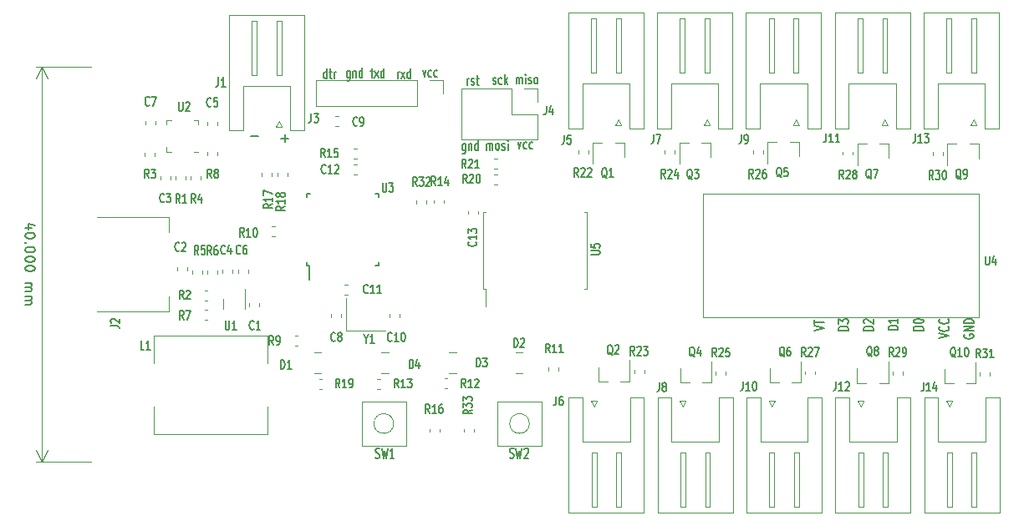
<source format=gbr>
G04 #@! TF.GenerationSoftware,KiCad,Pcbnew,(5.1.4-0)*
G04 #@! TF.CreationDate,2021-11-23T15:15:17+03:00*
G04 #@! TF.ProjectId,exercise_drop_tubes,65786572-6369-4736-955f-64726f705f74,rev?*
G04 #@! TF.SameCoordinates,Original*
G04 #@! TF.FileFunction,Legend,Top*
G04 #@! TF.FilePolarity,Positive*
%FSLAX46Y46*%
G04 Gerber Fmt 4.6, Leading zero omitted, Abs format (unit mm)*
G04 Created by KiCad (PCBNEW (5.1.4-0)) date 2021-11-23 15:15:17*
%MOMM*%
%LPD*%
G04 APERTURE LIST*
%ADD10C,0.150000*%
%ADD11C,0.120000*%
G04 APERTURE END LIST*
D10*
X98619047Y-83521428D02*
X99380952Y-83521428D01*
X101719047Y-83721428D02*
X102480952Y-83721428D01*
X102100000Y-84102380D02*
X102100000Y-83340476D01*
X106333333Y-77652380D02*
X106333333Y-76652380D01*
X106333333Y-77604761D02*
X106266666Y-77652380D01*
X106133333Y-77652380D01*
X106066666Y-77604761D01*
X106033333Y-77557142D01*
X106000000Y-77461904D01*
X106000000Y-77176190D01*
X106033333Y-77080952D01*
X106066666Y-77033333D01*
X106133333Y-76985714D01*
X106266666Y-76985714D01*
X106333333Y-77033333D01*
X106566666Y-76985714D02*
X106833333Y-76985714D01*
X106666666Y-76652380D02*
X106666666Y-77509523D01*
X106700000Y-77604761D01*
X106766666Y-77652380D01*
X106833333Y-77652380D01*
X107066666Y-77652380D02*
X107066666Y-76985714D01*
X107066666Y-77176190D02*
X107100000Y-77080952D01*
X107133333Y-77033333D01*
X107200000Y-76985714D01*
X107266666Y-76985714D01*
X108666666Y-76885714D02*
X108666666Y-77695238D01*
X108633333Y-77790476D01*
X108600000Y-77838095D01*
X108533333Y-77885714D01*
X108433333Y-77885714D01*
X108366666Y-77838095D01*
X108666666Y-77504761D02*
X108600000Y-77552380D01*
X108466666Y-77552380D01*
X108400000Y-77504761D01*
X108366666Y-77457142D01*
X108333333Y-77361904D01*
X108333333Y-77076190D01*
X108366666Y-76980952D01*
X108400000Y-76933333D01*
X108466666Y-76885714D01*
X108600000Y-76885714D01*
X108666666Y-76933333D01*
X109000000Y-76885714D02*
X109000000Y-77552380D01*
X109000000Y-76980952D02*
X109033333Y-76933333D01*
X109100000Y-76885714D01*
X109200000Y-76885714D01*
X109266666Y-76933333D01*
X109300000Y-77028571D01*
X109300000Y-77552380D01*
X109933333Y-77552380D02*
X109933333Y-76552380D01*
X109933333Y-77504761D02*
X109866666Y-77552380D01*
X109733333Y-77552380D01*
X109666666Y-77504761D01*
X109633333Y-77457142D01*
X109600000Y-77361904D01*
X109600000Y-77076190D01*
X109633333Y-76980952D01*
X109666666Y-76933333D01*
X109733333Y-76885714D01*
X109866666Y-76885714D01*
X109933333Y-76933333D01*
X110766666Y-76935714D02*
X111033333Y-76935714D01*
X110866666Y-76602380D02*
X110866666Y-77459523D01*
X110900000Y-77554761D01*
X110966666Y-77602380D01*
X111033333Y-77602380D01*
X111200000Y-77602380D02*
X111566666Y-76935714D01*
X111200000Y-76935714D02*
X111566666Y-77602380D01*
X112133333Y-77602380D02*
X112133333Y-76602380D01*
X112133333Y-77554761D02*
X112066666Y-77602380D01*
X111933333Y-77602380D01*
X111866666Y-77554761D01*
X111833333Y-77507142D01*
X111800000Y-77411904D01*
X111800000Y-77126190D01*
X111833333Y-77030952D01*
X111866666Y-76983333D01*
X111933333Y-76935714D01*
X112066666Y-76935714D01*
X112133333Y-76983333D01*
X113500000Y-77652380D02*
X113500000Y-76985714D01*
X113500000Y-77176190D02*
X113533333Y-77080952D01*
X113566666Y-77033333D01*
X113633333Y-76985714D01*
X113700000Y-76985714D01*
X113866666Y-77652380D02*
X114233333Y-76985714D01*
X113866666Y-76985714D02*
X114233333Y-77652380D01*
X114800000Y-77652380D02*
X114800000Y-76652380D01*
X114800000Y-77604761D02*
X114733333Y-77652380D01*
X114600000Y-77652380D01*
X114533333Y-77604761D01*
X114500000Y-77557142D01*
X114466666Y-77461904D01*
X114466666Y-77176190D01*
X114500000Y-77080952D01*
X114533333Y-77033333D01*
X114600000Y-76985714D01*
X114733333Y-76985714D01*
X114800000Y-77033333D01*
X116033333Y-76835714D02*
X116200000Y-77502380D01*
X116366666Y-76835714D01*
X116933333Y-77454761D02*
X116866666Y-77502380D01*
X116733333Y-77502380D01*
X116666666Y-77454761D01*
X116633333Y-77407142D01*
X116600000Y-77311904D01*
X116600000Y-77026190D01*
X116633333Y-76930952D01*
X116666666Y-76883333D01*
X116733333Y-76835714D01*
X116866666Y-76835714D01*
X116933333Y-76883333D01*
X117533333Y-77454761D02*
X117466666Y-77502380D01*
X117333333Y-77502380D01*
X117266666Y-77454761D01*
X117233333Y-77407142D01*
X117200000Y-77311904D01*
X117200000Y-77026190D01*
X117233333Y-76930952D01*
X117266666Y-76883333D01*
X117333333Y-76835714D01*
X117466666Y-76835714D01*
X117533333Y-76883333D01*
X120366666Y-84285714D02*
X120366666Y-85095238D01*
X120333333Y-85190476D01*
X120300000Y-85238095D01*
X120233333Y-85285714D01*
X120133333Y-85285714D01*
X120066666Y-85238095D01*
X120366666Y-84904761D02*
X120300000Y-84952380D01*
X120166666Y-84952380D01*
X120100000Y-84904761D01*
X120066666Y-84857142D01*
X120033333Y-84761904D01*
X120033333Y-84476190D01*
X120066666Y-84380952D01*
X120100000Y-84333333D01*
X120166666Y-84285714D01*
X120300000Y-84285714D01*
X120366666Y-84333333D01*
X120700000Y-84285714D02*
X120700000Y-84952380D01*
X120700000Y-84380952D02*
X120733333Y-84333333D01*
X120800000Y-84285714D01*
X120900000Y-84285714D01*
X120966666Y-84333333D01*
X121000000Y-84428571D01*
X121000000Y-84952380D01*
X121633333Y-84952380D02*
X121633333Y-83952380D01*
X121633333Y-84904761D02*
X121566666Y-84952380D01*
X121433333Y-84952380D01*
X121366666Y-84904761D01*
X121333333Y-84857142D01*
X121300000Y-84761904D01*
X121300000Y-84476190D01*
X121333333Y-84380952D01*
X121366666Y-84333333D01*
X121433333Y-84285714D01*
X121566666Y-84285714D01*
X121633333Y-84333333D01*
X122533333Y-84902380D02*
X122533333Y-84235714D01*
X122533333Y-84330952D02*
X122566666Y-84283333D01*
X122633333Y-84235714D01*
X122733333Y-84235714D01*
X122800000Y-84283333D01*
X122833333Y-84378571D01*
X122833333Y-84902380D01*
X122833333Y-84378571D02*
X122866666Y-84283333D01*
X122933333Y-84235714D01*
X123033333Y-84235714D01*
X123100000Y-84283333D01*
X123133333Y-84378571D01*
X123133333Y-84902380D01*
X123566666Y-84902380D02*
X123500000Y-84854761D01*
X123466666Y-84807142D01*
X123433333Y-84711904D01*
X123433333Y-84426190D01*
X123466666Y-84330952D01*
X123500000Y-84283333D01*
X123566666Y-84235714D01*
X123666666Y-84235714D01*
X123733333Y-84283333D01*
X123766666Y-84330952D01*
X123800000Y-84426190D01*
X123800000Y-84711904D01*
X123766666Y-84807142D01*
X123733333Y-84854761D01*
X123666666Y-84902380D01*
X123566666Y-84902380D01*
X124066666Y-84854761D02*
X124133333Y-84902380D01*
X124266666Y-84902380D01*
X124333333Y-84854761D01*
X124366666Y-84759523D01*
X124366666Y-84711904D01*
X124333333Y-84616666D01*
X124266666Y-84569047D01*
X124166666Y-84569047D01*
X124100000Y-84521428D01*
X124066666Y-84426190D01*
X124066666Y-84378571D01*
X124100000Y-84283333D01*
X124166666Y-84235714D01*
X124266666Y-84235714D01*
X124333333Y-84283333D01*
X124666666Y-84902380D02*
X124666666Y-84235714D01*
X124666666Y-83902380D02*
X124633333Y-83950000D01*
X124666666Y-83997619D01*
X124700000Y-83950000D01*
X124666666Y-83902380D01*
X124666666Y-83997619D01*
X125683333Y-84135714D02*
X125850000Y-84802380D01*
X126016666Y-84135714D01*
X126583333Y-84754761D02*
X126516666Y-84802380D01*
X126383333Y-84802380D01*
X126316666Y-84754761D01*
X126283333Y-84707142D01*
X126250000Y-84611904D01*
X126250000Y-84326190D01*
X126283333Y-84230952D01*
X126316666Y-84183333D01*
X126383333Y-84135714D01*
X126516666Y-84135714D01*
X126583333Y-84183333D01*
X127183333Y-84754761D02*
X127116666Y-84802380D01*
X126983333Y-84802380D01*
X126916666Y-84754761D01*
X126883333Y-84707142D01*
X126850000Y-84611904D01*
X126850000Y-84326190D01*
X126883333Y-84230952D01*
X126916666Y-84183333D01*
X126983333Y-84135714D01*
X127116666Y-84135714D01*
X127183333Y-84183333D01*
X120566666Y-78302380D02*
X120566666Y-77635714D01*
X120566666Y-77826190D02*
X120600000Y-77730952D01*
X120633333Y-77683333D01*
X120700000Y-77635714D01*
X120766666Y-77635714D01*
X120966666Y-78254761D02*
X121033333Y-78302380D01*
X121166666Y-78302380D01*
X121233333Y-78254761D01*
X121266666Y-78159523D01*
X121266666Y-78111904D01*
X121233333Y-78016666D01*
X121166666Y-77969047D01*
X121066666Y-77969047D01*
X121000000Y-77921428D01*
X120966666Y-77826190D01*
X120966666Y-77778571D01*
X121000000Y-77683333D01*
X121066666Y-77635714D01*
X121166666Y-77635714D01*
X121233333Y-77683333D01*
X121466666Y-77635714D02*
X121733333Y-77635714D01*
X121566666Y-77302380D02*
X121566666Y-78159523D01*
X121600000Y-78254761D01*
X121666666Y-78302380D01*
X121733333Y-78302380D01*
X123166666Y-78204761D02*
X123233333Y-78252380D01*
X123366666Y-78252380D01*
X123433333Y-78204761D01*
X123466666Y-78109523D01*
X123466666Y-78061904D01*
X123433333Y-77966666D01*
X123366666Y-77919047D01*
X123266666Y-77919047D01*
X123200000Y-77871428D01*
X123166666Y-77776190D01*
X123166666Y-77728571D01*
X123200000Y-77633333D01*
X123266666Y-77585714D01*
X123366666Y-77585714D01*
X123433333Y-77633333D01*
X124066666Y-78204761D02*
X124000000Y-78252380D01*
X123866666Y-78252380D01*
X123800000Y-78204761D01*
X123766666Y-78157142D01*
X123733333Y-78061904D01*
X123733333Y-77776190D01*
X123766666Y-77680952D01*
X123800000Y-77633333D01*
X123866666Y-77585714D01*
X124000000Y-77585714D01*
X124066666Y-77633333D01*
X124366666Y-78252380D02*
X124366666Y-77252380D01*
X124433333Y-77871428D02*
X124633333Y-78252380D01*
X124633333Y-77585714D02*
X124366666Y-77966666D01*
X125533333Y-78202380D02*
X125533333Y-77535714D01*
X125533333Y-77630952D02*
X125566666Y-77583333D01*
X125633333Y-77535714D01*
X125733333Y-77535714D01*
X125800000Y-77583333D01*
X125833333Y-77678571D01*
X125833333Y-78202380D01*
X125833333Y-77678571D02*
X125866666Y-77583333D01*
X125933333Y-77535714D01*
X126033333Y-77535714D01*
X126100000Y-77583333D01*
X126133333Y-77678571D01*
X126133333Y-78202380D01*
X126466666Y-78202380D02*
X126466666Y-77535714D01*
X126466666Y-77202380D02*
X126433333Y-77250000D01*
X126466666Y-77297619D01*
X126500000Y-77250000D01*
X126466666Y-77202380D01*
X126466666Y-77297619D01*
X126766666Y-78154761D02*
X126833333Y-78202380D01*
X126966666Y-78202380D01*
X127033333Y-78154761D01*
X127066666Y-78059523D01*
X127066666Y-78011904D01*
X127033333Y-77916666D01*
X126966666Y-77869047D01*
X126866666Y-77869047D01*
X126800000Y-77821428D01*
X126766666Y-77726190D01*
X126766666Y-77678571D01*
X126800000Y-77583333D01*
X126866666Y-77535714D01*
X126966666Y-77535714D01*
X127033333Y-77583333D01*
X127466666Y-78202380D02*
X127400000Y-78154761D01*
X127366666Y-78107142D01*
X127333333Y-78011904D01*
X127333333Y-77726190D01*
X127366666Y-77630952D01*
X127400000Y-77583333D01*
X127466666Y-77535714D01*
X127566666Y-77535714D01*
X127633333Y-77583333D01*
X127666666Y-77630952D01*
X127700000Y-77726190D01*
X127700000Y-78011904D01*
X127666666Y-78107142D01*
X127633333Y-78154761D01*
X127566666Y-78202380D01*
X127466666Y-78202380D01*
X76444286Y-92833333D02*
X75777620Y-92833333D01*
X76825239Y-92595238D02*
X76110953Y-92357142D01*
X76110953Y-92976190D01*
X76777620Y-93547619D02*
X76777620Y-93642857D01*
X76730001Y-93738095D01*
X76682381Y-93785714D01*
X76587143Y-93833333D01*
X76396667Y-93880952D01*
X76158572Y-93880952D01*
X75968096Y-93833333D01*
X75872858Y-93785714D01*
X75825239Y-93738095D01*
X75777620Y-93642857D01*
X75777620Y-93547619D01*
X75825239Y-93452380D01*
X75872858Y-93404761D01*
X75968096Y-93357142D01*
X76158572Y-93309523D01*
X76396667Y-93309523D01*
X76587143Y-93357142D01*
X76682381Y-93404761D01*
X76730001Y-93452380D01*
X76777620Y-93547619D01*
X75872858Y-94309523D02*
X75825239Y-94357142D01*
X75777620Y-94309523D01*
X75825239Y-94261904D01*
X75872858Y-94309523D01*
X75777620Y-94309523D01*
X76777620Y-94976190D02*
X76777620Y-95071428D01*
X76730001Y-95166666D01*
X76682381Y-95214285D01*
X76587143Y-95261904D01*
X76396667Y-95309523D01*
X76158572Y-95309523D01*
X75968096Y-95261904D01*
X75872858Y-95214285D01*
X75825239Y-95166666D01*
X75777620Y-95071428D01*
X75777620Y-94976190D01*
X75825239Y-94880952D01*
X75872858Y-94833333D01*
X75968096Y-94785714D01*
X76158572Y-94738095D01*
X76396667Y-94738095D01*
X76587143Y-94785714D01*
X76682381Y-94833333D01*
X76730001Y-94880952D01*
X76777620Y-94976190D01*
X76777620Y-95928571D02*
X76777620Y-96023809D01*
X76730001Y-96119047D01*
X76682381Y-96166666D01*
X76587143Y-96214285D01*
X76396667Y-96261904D01*
X76158572Y-96261904D01*
X75968096Y-96214285D01*
X75872858Y-96166666D01*
X75825239Y-96119047D01*
X75777620Y-96023809D01*
X75777620Y-95928571D01*
X75825239Y-95833333D01*
X75872858Y-95785714D01*
X75968096Y-95738095D01*
X76158572Y-95690476D01*
X76396667Y-95690476D01*
X76587143Y-95738095D01*
X76682381Y-95785714D01*
X76730001Y-95833333D01*
X76777620Y-95928571D01*
X76777620Y-96880952D02*
X76777620Y-96976190D01*
X76730001Y-97071428D01*
X76682381Y-97119047D01*
X76587143Y-97166666D01*
X76396667Y-97214285D01*
X76158572Y-97214285D01*
X75968096Y-97166666D01*
X75872858Y-97119047D01*
X75825239Y-97071428D01*
X75777620Y-96976190D01*
X75777620Y-96880952D01*
X75825239Y-96785714D01*
X75872858Y-96738095D01*
X75968096Y-96690476D01*
X76158572Y-96642857D01*
X76396667Y-96642857D01*
X76587143Y-96690476D01*
X76682381Y-96738095D01*
X76730001Y-96785714D01*
X76777620Y-96880952D01*
X75777620Y-98404761D02*
X76444286Y-98404761D01*
X76349048Y-98404761D02*
X76396667Y-98452380D01*
X76444286Y-98547619D01*
X76444286Y-98690476D01*
X76396667Y-98785714D01*
X76301429Y-98833333D01*
X75777620Y-98833333D01*
X76301429Y-98833333D02*
X76396667Y-98880952D01*
X76444286Y-98976190D01*
X76444286Y-99119047D01*
X76396667Y-99214285D01*
X76301429Y-99261904D01*
X75777620Y-99261904D01*
X75777620Y-99738095D02*
X76444286Y-99738095D01*
X76349048Y-99738095D02*
X76396667Y-99785714D01*
X76444286Y-99880952D01*
X76444286Y-100023809D01*
X76396667Y-100119047D01*
X76301429Y-100166666D01*
X75777620Y-100166666D01*
X76301429Y-100166666D02*
X76396667Y-100214285D01*
X76444286Y-100309523D01*
X76444286Y-100452380D01*
X76396667Y-100547619D01*
X76301429Y-100595238D01*
X75777620Y-100595238D01*
D11*
X77500001Y-76500000D02*
X77500001Y-116500000D01*
X82500000Y-76500000D02*
X76913580Y-76500000D01*
X82500000Y-116500000D02*
X76913580Y-116500000D01*
X77500001Y-116500000D02*
X76913580Y-115373496D01*
X77500001Y-116500000D02*
X78086422Y-115373496D01*
X77500001Y-76500000D02*
X76913580Y-77626504D01*
X77500001Y-76500000D02*
X78086422Y-77626504D01*
X144400000Y-101850000D02*
X172400000Y-101850000D01*
X144400000Y-89350000D02*
X144400000Y-101850000D01*
X172400000Y-89350000D02*
X144400000Y-89350000D01*
X172400000Y-101850000D02*
X172400000Y-89350000D01*
X98490000Y-100737779D02*
X98490000Y-100412221D01*
X99510000Y-100737779D02*
X99510000Y-100412221D01*
X91140000Y-97125279D02*
X91140000Y-96799721D01*
X92160000Y-97125279D02*
X92160000Y-96799721D01*
X89465000Y-87587221D02*
X89465000Y-87912779D01*
X90485000Y-87587221D02*
X90485000Y-87912779D01*
X95790000Y-97074721D02*
X95790000Y-97400279D01*
X96810000Y-97074721D02*
X96810000Y-97400279D01*
X95235000Y-82425279D02*
X95235000Y-82099721D01*
X94215000Y-82425279D02*
X94215000Y-82099721D01*
X98360000Y-97400279D02*
X98360000Y-97074721D01*
X97340000Y-97400279D02*
X97340000Y-97074721D01*
X87965000Y-82325279D02*
X87965000Y-81999721D01*
X88985000Y-82325279D02*
X88985000Y-81999721D01*
X106790000Y-101862779D02*
X106790000Y-101537221D01*
X107810000Y-101862779D02*
X107810000Y-101537221D01*
X107525279Y-82510000D02*
X107199721Y-82510000D01*
X107525279Y-81490000D02*
X107199721Y-81490000D01*
X112665000Y-101512221D02*
X112665000Y-101837779D01*
X113685000Y-101512221D02*
X113685000Y-101837779D01*
X108137221Y-99610000D02*
X108462779Y-99610000D01*
X108137221Y-98590000D02*
X108462779Y-98590000D01*
X109362779Y-87360000D02*
X109037221Y-87360000D01*
X109362779Y-86340000D02*
X109037221Y-86340000D01*
X121635000Y-91087221D02*
X121635000Y-91412779D01*
X120615000Y-91087221D02*
X120615000Y-91412779D01*
X105260000Y-77820000D02*
X105260000Y-80480000D01*
X115480000Y-77820000D02*
X105260000Y-77820000D01*
X115480000Y-80480000D02*
X105260000Y-80480000D01*
X115480000Y-77820000D02*
X115480000Y-80480000D01*
X116750000Y-77820000D02*
X118080000Y-77820000D01*
X118080000Y-77820000D02*
X118080000Y-79150000D01*
X119940000Y-78670000D02*
X119940000Y-83870000D01*
X125080000Y-78670000D02*
X119940000Y-78670000D01*
X127680000Y-83870000D02*
X119940000Y-83870000D01*
X125080000Y-78670000D02*
X125080000Y-81270000D01*
X125080000Y-81270000D02*
X127680000Y-81270000D01*
X127680000Y-81270000D02*
X127680000Y-83870000D01*
X126350000Y-78670000D02*
X127680000Y-78670000D01*
X127680000Y-78670000D02*
X127680000Y-80000000D01*
X100300000Y-113700000D02*
X88800000Y-113700000D01*
X100300000Y-103700000D02*
X100300000Y-106500000D01*
X88800000Y-103700000D02*
X100300000Y-103700000D01*
X100300000Y-110900000D02*
X100300000Y-113700000D01*
X88800000Y-110900000D02*
X88800000Y-113700000D01*
X88800000Y-106500000D02*
X88800000Y-103700000D01*
X136455000Y-84140000D02*
X135525000Y-84140000D01*
X133295000Y-84140000D02*
X134225000Y-84140000D01*
X133295000Y-84140000D02*
X133295000Y-86300000D01*
X136455000Y-84140000D02*
X136455000Y-85600000D01*
X133844000Y-108376000D02*
X133844000Y-106916000D01*
X137004000Y-108376000D02*
X137004000Y-106216000D01*
X137004000Y-108376000D02*
X136074000Y-108376000D01*
X133844000Y-108376000D02*
X134774000Y-108376000D01*
X145205000Y-84165000D02*
X144275000Y-84165000D01*
X142045000Y-84165000D02*
X142975000Y-84165000D01*
X142045000Y-84165000D02*
X142045000Y-86325000D01*
X145205000Y-84165000D02*
X145205000Y-85625000D01*
X142120000Y-108510000D02*
X143050000Y-108510000D01*
X145280000Y-108510000D02*
X144350000Y-108510000D01*
X145280000Y-108510000D02*
X145280000Y-106350000D01*
X142120000Y-108510000D02*
X142120000Y-107050000D01*
X154155000Y-84115000D02*
X154155000Y-85575000D01*
X150995000Y-84115000D02*
X150995000Y-86275000D01*
X150995000Y-84115000D02*
X151925000Y-84115000D01*
X154155000Y-84115000D02*
X153225000Y-84115000D01*
X151170000Y-108485000D02*
X151170000Y-107025000D01*
X154330000Y-108485000D02*
X154330000Y-106325000D01*
X154330000Y-108485000D02*
X153400000Y-108485000D01*
X151170000Y-108485000D02*
X152100000Y-108485000D01*
X163230000Y-84265000D02*
X163230000Y-85725000D01*
X160070000Y-84265000D02*
X160070000Y-86425000D01*
X160070000Y-84265000D02*
X161000000Y-84265000D01*
X163230000Y-84265000D02*
X162300000Y-84265000D01*
X160045000Y-108535000D02*
X160975000Y-108535000D01*
X163205000Y-108535000D02*
X162275000Y-108535000D01*
X163205000Y-108535000D02*
X163205000Y-106375000D01*
X160045000Y-108535000D02*
X160045000Y-107075000D01*
X172355000Y-84295000D02*
X171425000Y-84295000D01*
X169195000Y-84295000D02*
X170125000Y-84295000D01*
X169195000Y-84295000D02*
X169195000Y-86455000D01*
X172355000Y-84295000D02*
X172355000Y-85755000D01*
X168870000Y-108585000D02*
X168870000Y-107125000D01*
X172030000Y-108585000D02*
X172030000Y-106425000D01*
X172030000Y-108585000D02*
X171100000Y-108585000D01*
X168870000Y-108585000D02*
X169800000Y-108585000D01*
X91015000Y-87587221D02*
X91015000Y-87912779D01*
X92035000Y-87587221D02*
X92035000Y-87912779D01*
X94262779Y-99165000D02*
X93937221Y-99165000D01*
X94262779Y-100185000D02*
X93937221Y-100185000D01*
X88935000Y-85187221D02*
X88935000Y-85512779D01*
X87915000Y-85187221D02*
X87915000Y-85512779D01*
X92565000Y-87587221D02*
X92565000Y-87912779D01*
X93585000Y-87587221D02*
X93585000Y-87912779D01*
X92690000Y-97124721D02*
X92690000Y-97450279D01*
X93710000Y-97124721D02*
X93710000Y-97450279D01*
X94240000Y-97437779D02*
X94240000Y-97112221D01*
X95260000Y-97437779D02*
X95260000Y-97112221D01*
X93937221Y-102135000D02*
X94262779Y-102135000D01*
X93937221Y-101115000D02*
X94262779Y-101115000D01*
X95235000Y-85137221D02*
X95235000Y-85462779D01*
X94215000Y-85137221D02*
X94215000Y-85462779D01*
X103412779Y-104760000D02*
X103087221Y-104760000D01*
X103412779Y-103740000D02*
X103087221Y-103740000D01*
X101112779Y-93660000D02*
X100787221Y-93660000D01*
X101112779Y-92640000D02*
X100787221Y-92640000D01*
X129785000Y-106987221D02*
X129785000Y-107312779D01*
X128765000Y-106987221D02*
X128765000Y-107312779D01*
X118237221Y-108090000D02*
X118562779Y-108090000D01*
X118237221Y-109110000D02*
X118562779Y-109110000D01*
X111437221Y-108140000D02*
X111762779Y-108140000D01*
X111437221Y-109160000D02*
X111762779Y-109160000D01*
X109362779Y-85810000D02*
X109037221Y-85810000D01*
X109362779Y-84790000D02*
X109037221Y-84790000D01*
X100760000Y-87562779D02*
X100760000Y-87237221D01*
X99740000Y-87562779D02*
X99740000Y-87237221D01*
X102360000Y-87224721D02*
X102360000Y-87550279D01*
X101340000Y-87224721D02*
X101340000Y-87550279D01*
X105862779Y-109160000D02*
X105537221Y-109160000D01*
X105862779Y-108140000D02*
X105537221Y-108140000D01*
X123287221Y-87365000D02*
X123612779Y-87365000D01*
X123287221Y-88385000D02*
X123612779Y-88385000D01*
X123262221Y-86810000D02*
X123587779Y-86810000D01*
X123262221Y-85790000D02*
X123587779Y-85790000D01*
X131790000Y-85287779D02*
X131790000Y-84962221D01*
X132810000Y-85287779D02*
X132810000Y-84962221D01*
X137465000Y-107237221D02*
X137465000Y-107562779D01*
X138485000Y-107237221D02*
X138485000Y-107562779D01*
X140565000Y-85287779D02*
X140565000Y-84962221D01*
X141585000Y-85287779D02*
X141585000Y-84962221D01*
X145740000Y-107362221D02*
X145740000Y-107687779D01*
X146760000Y-107362221D02*
X146760000Y-107687779D01*
X150535000Y-85275279D02*
X150535000Y-84949721D01*
X149515000Y-85275279D02*
X149515000Y-84949721D01*
X155810000Y-107337221D02*
X155810000Y-107662779D01*
X154790000Y-107337221D02*
X154790000Y-107662779D01*
X159610000Y-85400279D02*
X159610000Y-85074721D01*
X158590000Y-85400279D02*
X158590000Y-85074721D01*
X163690000Y-107387221D02*
X163690000Y-107712779D01*
X164710000Y-107387221D02*
X164710000Y-107712779D01*
X168735000Y-85425279D02*
X168735000Y-85099721D01*
X167715000Y-85425279D02*
X167715000Y-85099721D01*
X172490000Y-107437221D02*
X172490000Y-107762779D01*
X173510000Y-107437221D02*
X173510000Y-107762779D01*
X95830000Y-101025000D02*
X95830000Y-100025000D01*
X98070000Y-99025000D02*
X98070000Y-101025000D01*
X90590000Y-85072500D02*
X90115000Y-85072500D01*
X90115000Y-85072500D02*
X90115000Y-84597500D01*
X92860000Y-81852500D02*
X93335000Y-81852500D01*
X93335000Y-81852500D02*
X93335000Y-82327500D01*
X90590000Y-81852500D02*
X90115000Y-81852500D01*
X90115000Y-81852500D02*
X90115000Y-82327500D01*
X92860000Y-85072500D02*
X93335000Y-85072500D01*
D10*
X104325000Y-96625000D02*
X104550000Y-96625000D01*
X104325000Y-89375000D02*
X104650000Y-89375000D01*
X111575000Y-89375000D02*
X111250000Y-89375000D01*
X111575000Y-96625000D02*
X111250000Y-96625000D01*
X104325000Y-96625000D02*
X104325000Y-96300000D01*
X111575000Y-96625000D02*
X111575000Y-96300000D01*
X111575000Y-89375000D02*
X111575000Y-89700000D01*
X104325000Y-89375000D02*
X104325000Y-89700000D01*
X104550000Y-96625000D02*
X104550000Y-98050000D01*
D11*
X132660000Y-95100000D02*
X132660000Y-91240000D01*
X132660000Y-91240000D02*
X132405000Y-91240000D01*
X132660000Y-95100000D02*
X132660000Y-98960000D01*
X132660000Y-98960000D02*
X132405000Y-98960000D01*
X122140000Y-95100000D02*
X122140000Y-91240000D01*
X122140000Y-91240000D02*
X122395000Y-91240000D01*
X122140000Y-95100000D02*
X122140000Y-98960000D01*
X122140000Y-98960000D02*
X122395000Y-98960000D01*
X122395000Y-98960000D02*
X122395000Y-100775000D01*
X108275000Y-99950000D02*
X108275000Y-103250000D01*
X108275000Y-103250000D02*
X112275000Y-103250000D01*
X111880000Y-105390000D02*
X112611000Y-105390000D01*
X111880000Y-107510000D02*
X112611000Y-107510000D01*
X90320000Y-99750000D02*
X90320000Y-101250000D01*
X90320000Y-101250000D02*
X83060000Y-101250000D01*
X90320000Y-91750000D02*
X83060000Y-91750000D01*
X90320000Y-91750000D02*
X90320000Y-93250000D01*
X105040000Y-107510000D02*
X105771000Y-107510000D01*
X105040000Y-105390000D02*
X105771000Y-105390000D01*
X126170000Y-107510000D02*
X125439000Y-107510000D01*
X126170000Y-105390000D02*
X125439000Y-105390000D01*
X118730000Y-105390000D02*
X119461000Y-105390000D01*
X118730000Y-107510000D02*
X119461000Y-107510000D01*
X117140000Y-90312779D02*
X117140000Y-89987221D01*
X118160000Y-90312779D02*
X118160000Y-89987221D01*
X116740000Y-113187221D02*
X116740000Y-113512779D01*
X117760000Y-113187221D02*
X117760000Y-113512779D01*
X115390000Y-90325279D02*
X115390000Y-89999721D01*
X116410000Y-90325279D02*
X116410000Y-89999721D01*
X120190000Y-113187221D02*
X120190000Y-113512779D01*
X121210000Y-113187221D02*
X121210000Y-113512779D01*
X135550000Y-82400000D02*
X135850000Y-81800000D01*
X136150000Y-82400000D02*
X135550000Y-82400000D01*
X135850000Y-81800000D02*
X136150000Y-82400000D01*
X133100000Y-77100000D02*
X133600000Y-77100000D01*
X133100000Y-71600000D02*
X133100000Y-77100000D01*
X133600000Y-71600000D02*
X133100000Y-71600000D01*
X133600000Y-77100000D02*
X133600000Y-71600000D01*
X135600000Y-77100000D02*
X136100000Y-77100000D01*
X135600000Y-71600000D02*
X135600000Y-77100000D01*
X136100000Y-71600000D02*
X135600000Y-71600000D01*
X136100000Y-77100000D02*
X136100000Y-71600000D01*
X132210000Y-78210000D02*
X134600000Y-78210000D01*
X132210000Y-82710000D02*
X132210000Y-78210000D01*
X130790000Y-82710000D02*
X132210000Y-82710000D01*
X130790000Y-70990000D02*
X130790000Y-82710000D01*
X134600000Y-70990000D02*
X130790000Y-70990000D01*
X136990000Y-78210000D02*
X134600000Y-78210000D01*
X136990000Y-82710000D02*
X136990000Y-78210000D01*
X138410000Y-82710000D02*
X136990000Y-82710000D01*
X138410000Y-70990000D02*
X138410000Y-82710000D01*
X134600000Y-70990000D02*
X138410000Y-70990000D01*
X134650000Y-121710000D02*
X130840000Y-121710000D01*
X130840000Y-121710000D02*
X130840000Y-109990000D01*
X130840000Y-109990000D02*
X132260000Y-109990000D01*
X132260000Y-109990000D02*
X132260000Y-114490000D01*
X132260000Y-114490000D02*
X134650000Y-114490000D01*
X134650000Y-121710000D02*
X138460000Y-121710000D01*
X138460000Y-121710000D02*
X138460000Y-109990000D01*
X138460000Y-109990000D02*
X137040000Y-109990000D01*
X137040000Y-109990000D02*
X137040000Y-114490000D01*
X137040000Y-114490000D02*
X134650000Y-114490000D01*
X133150000Y-115600000D02*
X133150000Y-121100000D01*
X133150000Y-121100000D02*
X133650000Y-121100000D01*
X133650000Y-121100000D02*
X133650000Y-115600000D01*
X133650000Y-115600000D02*
X133150000Y-115600000D01*
X135650000Y-115600000D02*
X135650000Y-121100000D01*
X135650000Y-121100000D02*
X136150000Y-121100000D01*
X136150000Y-121100000D02*
X136150000Y-115600000D01*
X136150000Y-115600000D02*
X135650000Y-115600000D01*
X133400000Y-110900000D02*
X133100000Y-110300000D01*
X133100000Y-110300000D02*
X133700000Y-110300000D01*
X133700000Y-110300000D02*
X133400000Y-110900000D01*
X144550000Y-82400000D02*
X144850000Y-81800000D01*
X145150000Y-82400000D02*
X144550000Y-82400000D01*
X144850000Y-81800000D02*
X145150000Y-82400000D01*
X142100000Y-77100000D02*
X142600000Y-77100000D01*
X142100000Y-71600000D02*
X142100000Y-77100000D01*
X142600000Y-71600000D02*
X142100000Y-71600000D01*
X142600000Y-77100000D02*
X142600000Y-71600000D01*
X144600000Y-77100000D02*
X145100000Y-77100000D01*
X144600000Y-71600000D02*
X144600000Y-77100000D01*
X145100000Y-71600000D02*
X144600000Y-71600000D01*
X145100000Y-77100000D02*
X145100000Y-71600000D01*
X141210000Y-78210000D02*
X143600000Y-78210000D01*
X141210000Y-82710000D02*
X141210000Y-78210000D01*
X139790000Y-82710000D02*
X141210000Y-82710000D01*
X139790000Y-70990000D02*
X139790000Y-82710000D01*
X143600000Y-70990000D02*
X139790000Y-70990000D01*
X145990000Y-78210000D02*
X143600000Y-78210000D01*
X145990000Y-82710000D02*
X145990000Y-78210000D01*
X147410000Y-82710000D02*
X145990000Y-82710000D01*
X147410000Y-70990000D02*
X147410000Y-82710000D01*
X143600000Y-70990000D02*
X147410000Y-70990000D01*
X142700000Y-110300000D02*
X142400000Y-110900000D01*
X142100000Y-110300000D02*
X142700000Y-110300000D01*
X142400000Y-110900000D02*
X142100000Y-110300000D01*
X145150000Y-115600000D02*
X144650000Y-115600000D01*
X145150000Y-121100000D02*
X145150000Y-115600000D01*
X144650000Y-121100000D02*
X145150000Y-121100000D01*
X144650000Y-115600000D02*
X144650000Y-121100000D01*
X142650000Y-115600000D02*
X142150000Y-115600000D01*
X142650000Y-121100000D02*
X142650000Y-115600000D01*
X142150000Y-121100000D02*
X142650000Y-121100000D01*
X142150000Y-115600000D02*
X142150000Y-121100000D01*
X146040000Y-114490000D02*
X143650000Y-114490000D01*
X146040000Y-109990000D02*
X146040000Y-114490000D01*
X147460000Y-109990000D02*
X146040000Y-109990000D01*
X147460000Y-121710000D02*
X147460000Y-109990000D01*
X143650000Y-121710000D02*
X147460000Y-121710000D01*
X141260000Y-114490000D02*
X143650000Y-114490000D01*
X141260000Y-109990000D02*
X141260000Y-114490000D01*
X139840000Y-109990000D02*
X141260000Y-109990000D01*
X139840000Y-121710000D02*
X139840000Y-109990000D01*
X143650000Y-121710000D02*
X139840000Y-121710000D01*
X152600000Y-70990000D02*
X156410000Y-70990000D01*
X156410000Y-70990000D02*
X156410000Y-82710000D01*
X156410000Y-82710000D02*
X154990000Y-82710000D01*
X154990000Y-82710000D02*
X154990000Y-78210000D01*
X154990000Y-78210000D02*
X152600000Y-78210000D01*
X152600000Y-70990000D02*
X148790000Y-70990000D01*
X148790000Y-70990000D02*
X148790000Y-82710000D01*
X148790000Y-82710000D02*
X150210000Y-82710000D01*
X150210000Y-82710000D02*
X150210000Y-78210000D01*
X150210000Y-78210000D02*
X152600000Y-78210000D01*
X154100000Y-77100000D02*
X154100000Y-71600000D01*
X154100000Y-71600000D02*
X153600000Y-71600000D01*
X153600000Y-71600000D02*
X153600000Y-77100000D01*
X153600000Y-77100000D02*
X154100000Y-77100000D01*
X151600000Y-77100000D02*
X151600000Y-71600000D01*
X151600000Y-71600000D02*
X151100000Y-71600000D01*
X151100000Y-71600000D02*
X151100000Y-77100000D01*
X151100000Y-77100000D02*
X151600000Y-77100000D01*
X153850000Y-81800000D02*
X154150000Y-82400000D01*
X154150000Y-82400000D02*
X153550000Y-82400000D01*
X153550000Y-82400000D02*
X153850000Y-81800000D01*
X152650000Y-121710000D02*
X148840000Y-121710000D01*
X148840000Y-121710000D02*
X148840000Y-109990000D01*
X148840000Y-109990000D02*
X150260000Y-109990000D01*
X150260000Y-109990000D02*
X150260000Y-114490000D01*
X150260000Y-114490000D02*
X152650000Y-114490000D01*
X152650000Y-121710000D02*
X156460000Y-121710000D01*
X156460000Y-121710000D02*
X156460000Y-109990000D01*
X156460000Y-109990000D02*
X155040000Y-109990000D01*
X155040000Y-109990000D02*
X155040000Y-114490000D01*
X155040000Y-114490000D02*
X152650000Y-114490000D01*
X151150000Y-115600000D02*
X151150000Y-121100000D01*
X151150000Y-121100000D02*
X151650000Y-121100000D01*
X151650000Y-121100000D02*
X151650000Y-115600000D01*
X151650000Y-115600000D02*
X151150000Y-115600000D01*
X153650000Y-115600000D02*
X153650000Y-121100000D01*
X153650000Y-121100000D02*
X154150000Y-121100000D01*
X154150000Y-121100000D02*
X154150000Y-115600000D01*
X154150000Y-115600000D02*
X153650000Y-115600000D01*
X151400000Y-110900000D02*
X151100000Y-110300000D01*
X151100000Y-110300000D02*
X151700000Y-110300000D01*
X151700000Y-110300000D02*
X151400000Y-110900000D01*
X161600000Y-70990000D02*
X165410000Y-70990000D01*
X165410000Y-70990000D02*
X165410000Y-82710000D01*
X165410000Y-82710000D02*
X163990000Y-82710000D01*
X163990000Y-82710000D02*
X163990000Y-78210000D01*
X163990000Y-78210000D02*
X161600000Y-78210000D01*
X161600000Y-70990000D02*
X157790000Y-70990000D01*
X157790000Y-70990000D02*
X157790000Y-82710000D01*
X157790000Y-82710000D02*
X159210000Y-82710000D01*
X159210000Y-82710000D02*
X159210000Y-78210000D01*
X159210000Y-78210000D02*
X161600000Y-78210000D01*
X163100000Y-77100000D02*
X163100000Y-71600000D01*
X163100000Y-71600000D02*
X162600000Y-71600000D01*
X162600000Y-71600000D02*
X162600000Y-77100000D01*
X162600000Y-77100000D02*
X163100000Y-77100000D01*
X160600000Y-77100000D02*
X160600000Y-71600000D01*
X160600000Y-71600000D02*
X160100000Y-71600000D01*
X160100000Y-71600000D02*
X160100000Y-77100000D01*
X160100000Y-77100000D02*
X160600000Y-77100000D01*
X162850000Y-81800000D02*
X163150000Y-82400000D01*
X163150000Y-82400000D02*
X162550000Y-82400000D01*
X162550000Y-82400000D02*
X162850000Y-81800000D01*
X161650000Y-121710000D02*
X157840000Y-121710000D01*
X157840000Y-121710000D02*
X157840000Y-109990000D01*
X157840000Y-109990000D02*
X159260000Y-109990000D01*
X159260000Y-109990000D02*
X159260000Y-114490000D01*
X159260000Y-114490000D02*
X161650000Y-114490000D01*
X161650000Y-121710000D02*
X165460000Y-121710000D01*
X165460000Y-121710000D02*
X165460000Y-109990000D01*
X165460000Y-109990000D02*
X164040000Y-109990000D01*
X164040000Y-109990000D02*
X164040000Y-114490000D01*
X164040000Y-114490000D02*
X161650000Y-114490000D01*
X160150000Y-115600000D02*
X160150000Y-121100000D01*
X160150000Y-121100000D02*
X160650000Y-121100000D01*
X160650000Y-121100000D02*
X160650000Y-115600000D01*
X160650000Y-115600000D02*
X160150000Y-115600000D01*
X162650000Y-115600000D02*
X162650000Y-121100000D01*
X162650000Y-121100000D02*
X163150000Y-121100000D01*
X163150000Y-121100000D02*
X163150000Y-115600000D01*
X163150000Y-115600000D02*
X162650000Y-115600000D01*
X160400000Y-110900000D02*
X160100000Y-110300000D01*
X160100000Y-110300000D02*
X160700000Y-110300000D01*
X160700000Y-110300000D02*
X160400000Y-110900000D01*
X169700000Y-110300000D02*
X169400000Y-110900000D01*
X169100000Y-110300000D02*
X169700000Y-110300000D01*
X169400000Y-110900000D02*
X169100000Y-110300000D01*
X172150000Y-115600000D02*
X171650000Y-115600000D01*
X172150000Y-121100000D02*
X172150000Y-115600000D01*
X171650000Y-121100000D02*
X172150000Y-121100000D01*
X171650000Y-115600000D02*
X171650000Y-121100000D01*
X169650000Y-115600000D02*
X169150000Y-115600000D01*
X169650000Y-121100000D02*
X169650000Y-115600000D01*
X169150000Y-121100000D02*
X169650000Y-121100000D01*
X169150000Y-115600000D02*
X169150000Y-121100000D01*
X173040000Y-114490000D02*
X170650000Y-114490000D01*
X173040000Y-109990000D02*
X173040000Y-114490000D01*
X174460000Y-109990000D02*
X173040000Y-109990000D01*
X174460000Y-121710000D02*
X174460000Y-109990000D01*
X170650000Y-121710000D02*
X174460000Y-121710000D01*
X168260000Y-114490000D02*
X170650000Y-114490000D01*
X168260000Y-109990000D02*
X168260000Y-114490000D01*
X166840000Y-109990000D02*
X168260000Y-109990000D01*
X166840000Y-121710000D02*
X166840000Y-109990000D01*
X170650000Y-121710000D02*
X166840000Y-121710000D01*
X170600000Y-70990000D02*
X174410000Y-70990000D01*
X174410000Y-70990000D02*
X174410000Y-82710000D01*
X174410000Y-82710000D02*
X172990000Y-82710000D01*
X172990000Y-82710000D02*
X172990000Y-78210000D01*
X172990000Y-78210000D02*
X170600000Y-78210000D01*
X170600000Y-70990000D02*
X166790000Y-70990000D01*
X166790000Y-70990000D02*
X166790000Y-82710000D01*
X166790000Y-82710000D02*
X168210000Y-82710000D01*
X168210000Y-82710000D02*
X168210000Y-78210000D01*
X168210000Y-78210000D02*
X170600000Y-78210000D01*
X172100000Y-77100000D02*
X172100000Y-71600000D01*
X172100000Y-71600000D02*
X171600000Y-71600000D01*
X171600000Y-71600000D02*
X171600000Y-77100000D01*
X171600000Y-77100000D02*
X172100000Y-77100000D01*
X169600000Y-77100000D02*
X169600000Y-71600000D01*
X169600000Y-71600000D02*
X169100000Y-71600000D01*
X169100000Y-71600000D02*
X169100000Y-77100000D01*
X169100000Y-77100000D02*
X169600000Y-77100000D01*
X171850000Y-81800000D02*
X172150000Y-82400000D01*
X172150000Y-82400000D02*
X171550000Y-82400000D01*
X171550000Y-82400000D02*
X171850000Y-81800000D01*
X100250000Y-71190000D02*
X104060000Y-71190000D01*
X104060000Y-71190000D02*
X104060000Y-82910000D01*
X104060000Y-82910000D02*
X102640000Y-82910000D01*
X102640000Y-82910000D02*
X102640000Y-78410000D01*
X102640000Y-78410000D02*
X100250000Y-78410000D01*
X100250000Y-71190000D02*
X96440000Y-71190000D01*
X96440000Y-71190000D02*
X96440000Y-82910000D01*
X96440000Y-82910000D02*
X97860000Y-82910000D01*
X97860000Y-82910000D02*
X97860000Y-78410000D01*
X97860000Y-78410000D02*
X100250000Y-78410000D01*
X101750000Y-77300000D02*
X101750000Y-71800000D01*
X101750000Y-71800000D02*
X101250000Y-71800000D01*
X101250000Y-71800000D02*
X101250000Y-77300000D01*
X101250000Y-77300000D02*
X101750000Y-77300000D01*
X99250000Y-77300000D02*
X99250000Y-71800000D01*
X99250000Y-71800000D02*
X98750000Y-71800000D01*
X98750000Y-71800000D02*
X98750000Y-77300000D01*
X98750000Y-77300000D02*
X99250000Y-77300000D01*
X101500000Y-82000000D02*
X101800000Y-82600000D01*
X101800000Y-82600000D02*
X101200000Y-82600000D01*
X101200000Y-82600000D02*
X101500000Y-82000000D01*
X113100000Y-112650000D02*
G75*
G03X113100000Y-112650000I-1000000J0D01*
G01*
X109850000Y-110400000D02*
X114350000Y-110400000D01*
X114350000Y-110400000D02*
X114350000Y-112650000D01*
X114350000Y-112650000D02*
X114350000Y-114900000D01*
X114350000Y-114900000D02*
X112100000Y-114900000D01*
X112100000Y-114900000D02*
X109850000Y-114900000D01*
X109850000Y-114900000D02*
X109850000Y-112650000D01*
X109850000Y-112650000D02*
X109850000Y-110400000D01*
X123600000Y-112650000D02*
X123600000Y-110400000D01*
X123600000Y-114900000D02*
X123600000Y-112650000D01*
X125850000Y-114900000D02*
X123600000Y-114900000D01*
X128100000Y-114900000D02*
X125850000Y-114900000D01*
X128100000Y-112650000D02*
X128100000Y-114900000D01*
X128100000Y-110400000D02*
X128100000Y-112650000D01*
X123600000Y-110400000D02*
X128100000Y-110400000D01*
X126850000Y-112650000D02*
G75*
G03X126850000Y-112650000I-1000000J0D01*
G01*
D10*
X173041666Y-95682142D02*
X173041666Y-96410714D01*
X173075000Y-96496428D01*
X173108333Y-96539285D01*
X173175000Y-96582142D01*
X173308333Y-96582142D01*
X173375000Y-96539285D01*
X173408333Y-96496428D01*
X173441666Y-96410714D01*
X173441666Y-95682142D01*
X174075000Y-95982142D02*
X174075000Y-96582142D01*
X173908333Y-95639285D02*
X173741666Y-96282142D01*
X174175000Y-96282142D01*
X155702380Y-103235714D02*
X156702380Y-102985714D01*
X155702380Y-102735714D01*
X155702380Y-102592857D02*
X155702380Y-102164285D01*
X156702380Y-102378571D02*
X155702380Y-102378571D01*
X159152380Y-103203571D02*
X158152380Y-103203571D01*
X158152380Y-103025000D01*
X158200000Y-102917857D01*
X158295238Y-102846428D01*
X158390476Y-102810714D01*
X158580952Y-102775000D01*
X158723809Y-102775000D01*
X158914285Y-102810714D01*
X159009523Y-102846428D01*
X159104761Y-102917857D01*
X159152380Y-103025000D01*
X159152380Y-103203571D01*
X158152380Y-102525000D02*
X158152380Y-102060714D01*
X158533333Y-102310714D01*
X158533333Y-102203571D01*
X158580952Y-102132142D01*
X158628571Y-102096428D01*
X158723809Y-102060714D01*
X158961904Y-102060714D01*
X159057142Y-102096428D01*
X159104761Y-102132142D01*
X159152380Y-102203571D01*
X159152380Y-102417857D01*
X159104761Y-102489285D01*
X159057142Y-102525000D01*
X161702380Y-103203571D02*
X160702380Y-103203571D01*
X160702380Y-103025000D01*
X160750000Y-102917857D01*
X160845238Y-102846428D01*
X160940476Y-102810714D01*
X161130952Y-102775000D01*
X161273809Y-102775000D01*
X161464285Y-102810714D01*
X161559523Y-102846428D01*
X161654761Y-102917857D01*
X161702380Y-103025000D01*
X161702380Y-103203571D01*
X160797619Y-102489285D02*
X160750000Y-102453571D01*
X160702380Y-102382142D01*
X160702380Y-102203571D01*
X160750000Y-102132142D01*
X160797619Y-102096428D01*
X160892857Y-102060714D01*
X160988095Y-102060714D01*
X161130952Y-102096428D01*
X161702380Y-102525000D01*
X161702380Y-102060714D01*
X164202380Y-103153571D02*
X163202380Y-103153571D01*
X163202380Y-102975000D01*
X163250000Y-102867857D01*
X163345238Y-102796428D01*
X163440476Y-102760714D01*
X163630952Y-102725000D01*
X163773809Y-102725000D01*
X163964285Y-102760714D01*
X164059523Y-102796428D01*
X164154761Y-102867857D01*
X164202380Y-102975000D01*
X164202380Y-103153571D01*
X164202380Y-102010714D02*
X164202380Y-102439285D01*
X164202380Y-102225000D02*
X163202380Y-102225000D01*
X163345238Y-102296428D01*
X163440476Y-102367857D01*
X163488095Y-102439285D01*
X166752380Y-103203571D02*
X165752380Y-103203571D01*
X165752380Y-103025000D01*
X165800000Y-102917857D01*
X165895238Y-102846428D01*
X165990476Y-102810714D01*
X166180952Y-102775000D01*
X166323809Y-102775000D01*
X166514285Y-102810714D01*
X166609523Y-102846428D01*
X166704761Y-102917857D01*
X166752380Y-103025000D01*
X166752380Y-103203571D01*
X165752380Y-102310714D02*
X165752380Y-102239285D01*
X165800000Y-102167857D01*
X165847619Y-102132142D01*
X165942857Y-102096428D01*
X166133333Y-102060714D01*
X166371428Y-102060714D01*
X166561904Y-102096428D01*
X166657142Y-102132142D01*
X166704761Y-102167857D01*
X166752380Y-102239285D01*
X166752380Y-102310714D01*
X166704761Y-102382142D01*
X166657142Y-102417857D01*
X166561904Y-102453571D01*
X166371428Y-102489285D01*
X166133333Y-102489285D01*
X165942857Y-102453571D01*
X165847619Y-102417857D01*
X165800000Y-102382142D01*
X165752380Y-102310714D01*
X168352380Y-104000000D02*
X169352380Y-103750000D01*
X168352380Y-103500000D01*
X169257142Y-102821428D02*
X169304761Y-102857142D01*
X169352380Y-102964285D01*
X169352380Y-103035714D01*
X169304761Y-103142857D01*
X169209523Y-103214285D01*
X169114285Y-103250000D01*
X168923809Y-103285714D01*
X168780952Y-103285714D01*
X168590476Y-103250000D01*
X168495238Y-103214285D01*
X168400000Y-103142857D01*
X168352380Y-103035714D01*
X168352380Y-102964285D01*
X168400000Y-102857142D01*
X168447619Y-102821428D01*
X169257142Y-102071428D02*
X169304761Y-102107142D01*
X169352380Y-102214285D01*
X169352380Y-102285714D01*
X169304761Y-102392857D01*
X169209523Y-102464285D01*
X169114285Y-102500000D01*
X168923809Y-102535714D01*
X168780952Y-102535714D01*
X168590476Y-102500000D01*
X168495238Y-102464285D01*
X168400000Y-102392857D01*
X168352380Y-102285714D01*
X168352380Y-102214285D01*
X168400000Y-102107142D01*
X168447619Y-102071428D01*
X170900000Y-103621428D02*
X170852380Y-103692857D01*
X170852380Y-103800000D01*
X170900000Y-103907142D01*
X170995238Y-103978571D01*
X171090476Y-104014285D01*
X171280952Y-104050000D01*
X171423809Y-104050000D01*
X171614285Y-104014285D01*
X171709523Y-103978571D01*
X171804761Y-103907142D01*
X171852380Y-103800000D01*
X171852380Y-103728571D01*
X171804761Y-103621428D01*
X171757142Y-103585714D01*
X171423809Y-103585714D01*
X171423809Y-103728571D01*
X171852380Y-103264285D02*
X170852380Y-103264285D01*
X171852380Y-102835714D01*
X170852380Y-102835714D01*
X171852380Y-102478571D02*
X170852380Y-102478571D01*
X170852380Y-102300000D01*
X170900000Y-102192857D01*
X170995238Y-102121428D01*
X171090476Y-102085714D01*
X171280952Y-102050000D01*
X171423809Y-102050000D01*
X171614285Y-102085714D01*
X171709523Y-102121428D01*
X171804761Y-102192857D01*
X171852380Y-102300000D01*
X171852380Y-102478571D01*
X98933333Y-103046428D02*
X98900000Y-103089285D01*
X98800000Y-103132142D01*
X98733333Y-103132142D01*
X98633333Y-103089285D01*
X98566666Y-103003571D01*
X98533333Y-102917857D01*
X98500000Y-102746428D01*
X98500000Y-102617857D01*
X98533333Y-102446428D01*
X98566666Y-102360714D01*
X98633333Y-102275000D01*
X98733333Y-102232142D01*
X98800000Y-102232142D01*
X98900000Y-102275000D01*
X98933333Y-102317857D01*
X99600000Y-103132142D02*
X99200000Y-103132142D01*
X99400000Y-103132142D02*
X99400000Y-102232142D01*
X99333333Y-102360714D01*
X99266666Y-102446428D01*
X99200000Y-102489285D01*
X91383333Y-95083928D02*
X91350000Y-95126785D01*
X91250000Y-95169642D01*
X91183333Y-95169642D01*
X91083333Y-95126785D01*
X91016666Y-95041071D01*
X90983333Y-94955357D01*
X90950000Y-94783928D01*
X90950000Y-94655357D01*
X90983333Y-94483928D01*
X91016666Y-94398214D01*
X91083333Y-94312500D01*
X91183333Y-94269642D01*
X91250000Y-94269642D01*
X91350000Y-94312500D01*
X91383333Y-94355357D01*
X91650000Y-94355357D02*
X91683333Y-94312500D01*
X91750000Y-94269642D01*
X91916666Y-94269642D01*
X91983333Y-94312500D01*
X92016666Y-94355357D01*
X92050000Y-94441071D01*
X92050000Y-94526785D01*
X92016666Y-94655357D01*
X91616666Y-95169642D01*
X92050000Y-95169642D01*
X89858333Y-90121428D02*
X89825000Y-90164285D01*
X89725000Y-90207142D01*
X89658333Y-90207142D01*
X89558333Y-90164285D01*
X89491666Y-90078571D01*
X89458333Y-89992857D01*
X89425000Y-89821428D01*
X89425000Y-89692857D01*
X89458333Y-89521428D01*
X89491666Y-89435714D01*
X89558333Y-89350000D01*
X89658333Y-89307142D01*
X89725000Y-89307142D01*
X89825000Y-89350000D01*
X89858333Y-89392857D01*
X90091666Y-89307142D02*
X90525000Y-89307142D01*
X90291666Y-89650000D01*
X90391666Y-89650000D01*
X90458333Y-89692857D01*
X90491666Y-89735714D01*
X90525000Y-89821428D01*
X90525000Y-90035714D01*
X90491666Y-90121428D01*
X90458333Y-90164285D01*
X90391666Y-90207142D01*
X90191666Y-90207142D01*
X90125000Y-90164285D01*
X90091666Y-90121428D01*
X96033333Y-95396428D02*
X96000000Y-95439285D01*
X95900000Y-95482142D01*
X95833333Y-95482142D01*
X95733333Y-95439285D01*
X95666666Y-95353571D01*
X95633333Y-95267857D01*
X95600000Y-95096428D01*
X95600000Y-94967857D01*
X95633333Y-94796428D01*
X95666666Y-94710714D01*
X95733333Y-94625000D01*
X95833333Y-94582142D01*
X95900000Y-94582142D01*
X96000000Y-94625000D01*
X96033333Y-94667857D01*
X96633333Y-94882142D02*
X96633333Y-95482142D01*
X96466666Y-94539285D02*
X96300000Y-95182142D01*
X96733333Y-95182142D01*
X94608333Y-80421428D02*
X94575000Y-80464285D01*
X94475000Y-80507142D01*
X94408333Y-80507142D01*
X94308333Y-80464285D01*
X94241666Y-80378571D01*
X94208333Y-80292857D01*
X94175000Y-80121428D01*
X94175000Y-79992857D01*
X94208333Y-79821428D01*
X94241666Y-79735714D01*
X94308333Y-79650000D01*
X94408333Y-79607142D01*
X94475000Y-79607142D01*
X94575000Y-79650000D01*
X94608333Y-79692857D01*
X95241666Y-79607142D02*
X94908333Y-79607142D01*
X94875000Y-80035714D01*
X94908333Y-79992857D01*
X94975000Y-79950000D01*
X95141666Y-79950000D01*
X95208333Y-79992857D01*
X95241666Y-80035714D01*
X95275000Y-80121428D01*
X95275000Y-80335714D01*
X95241666Y-80421428D01*
X95208333Y-80464285D01*
X95141666Y-80507142D01*
X94975000Y-80507142D01*
X94908333Y-80464285D01*
X94875000Y-80421428D01*
X97583333Y-95396428D02*
X97550000Y-95439285D01*
X97450000Y-95482142D01*
X97383333Y-95482142D01*
X97283333Y-95439285D01*
X97216666Y-95353571D01*
X97183333Y-95267857D01*
X97150000Y-95096428D01*
X97150000Y-94967857D01*
X97183333Y-94796428D01*
X97216666Y-94710714D01*
X97283333Y-94625000D01*
X97383333Y-94582142D01*
X97450000Y-94582142D01*
X97550000Y-94625000D01*
X97583333Y-94667857D01*
X98183333Y-94582142D02*
X98050000Y-94582142D01*
X97983333Y-94625000D01*
X97950000Y-94667857D01*
X97883333Y-94796428D01*
X97850000Y-94967857D01*
X97850000Y-95310714D01*
X97883333Y-95396428D01*
X97916666Y-95439285D01*
X97983333Y-95482142D01*
X98116666Y-95482142D01*
X98183333Y-95439285D01*
X98216666Y-95396428D01*
X98250000Y-95310714D01*
X98250000Y-95096428D01*
X98216666Y-95010714D01*
X98183333Y-94967857D01*
X98116666Y-94925000D01*
X97983333Y-94925000D01*
X97916666Y-94967857D01*
X97883333Y-95010714D01*
X97850000Y-95096428D01*
X88358333Y-80333928D02*
X88325000Y-80376785D01*
X88225000Y-80419642D01*
X88158333Y-80419642D01*
X88058333Y-80376785D01*
X87991666Y-80291071D01*
X87958333Y-80205357D01*
X87925000Y-80033928D01*
X87925000Y-79905357D01*
X87958333Y-79733928D01*
X87991666Y-79648214D01*
X88058333Y-79562500D01*
X88158333Y-79519642D01*
X88225000Y-79519642D01*
X88325000Y-79562500D01*
X88358333Y-79605357D01*
X88591666Y-79519642D02*
X89058333Y-79519642D01*
X88758333Y-80419642D01*
X107183333Y-104221428D02*
X107150000Y-104264285D01*
X107050000Y-104307142D01*
X106983333Y-104307142D01*
X106883333Y-104264285D01*
X106816666Y-104178571D01*
X106783333Y-104092857D01*
X106750000Y-103921428D01*
X106750000Y-103792857D01*
X106783333Y-103621428D01*
X106816666Y-103535714D01*
X106883333Y-103450000D01*
X106983333Y-103407142D01*
X107050000Y-103407142D01*
X107150000Y-103450000D01*
X107183333Y-103492857D01*
X107583333Y-103792857D02*
X107516666Y-103750000D01*
X107483333Y-103707142D01*
X107450000Y-103621428D01*
X107450000Y-103578571D01*
X107483333Y-103492857D01*
X107516666Y-103450000D01*
X107583333Y-103407142D01*
X107716666Y-103407142D01*
X107783333Y-103450000D01*
X107816666Y-103492857D01*
X107850000Y-103578571D01*
X107850000Y-103621428D01*
X107816666Y-103707142D01*
X107783333Y-103750000D01*
X107716666Y-103792857D01*
X107583333Y-103792857D01*
X107516666Y-103835714D01*
X107483333Y-103878571D01*
X107450000Y-103964285D01*
X107450000Y-104135714D01*
X107483333Y-104221428D01*
X107516666Y-104264285D01*
X107583333Y-104307142D01*
X107716666Y-104307142D01*
X107783333Y-104264285D01*
X107816666Y-104221428D01*
X107850000Y-104135714D01*
X107850000Y-103964285D01*
X107816666Y-103878571D01*
X107783333Y-103835714D01*
X107716666Y-103792857D01*
X109408333Y-82371428D02*
X109375000Y-82414285D01*
X109275000Y-82457142D01*
X109208333Y-82457142D01*
X109108333Y-82414285D01*
X109041666Y-82328571D01*
X109008333Y-82242857D01*
X108975000Y-82071428D01*
X108975000Y-81942857D01*
X109008333Y-81771428D01*
X109041666Y-81685714D01*
X109108333Y-81600000D01*
X109208333Y-81557142D01*
X109275000Y-81557142D01*
X109375000Y-81600000D01*
X109408333Y-81642857D01*
X109741666Y-82457142D02*
X109875000Y-82457142D01*
X109941666Y-82414285D01*
X109975000Y-82371428D01*
X110041666Y-82242857D01*
X110075000Y-82071428D01*
X110075000Y-81728571D01*
X110041666Y-81642857D01*
X110008333Y-81600000D01*
X109941666Y-81557142D01*
X109808333Y-81557142D01*
X109741666Y-81600000D01*
X109708333Y-81642857D01*
X109675000Y-81728571D01*
X109675000Y-81942857D01*
X109708333Y-82028571D01*
X109741666Y-82071428D01*
X109808333Y-82114285D01*
X109941666Y-82114285D01*
X110008333Y-82071428D01*
X110041666Y-82028571D01*
X110075000Y-81942857D01*
X112925000Y-104233928D02*
X112891666Y-104276785D01*
X112791666Y-104319642D01*
X112725000Y-104319642D01*
X112625000Y-104276785D01*
X112558333Y-104191071D01*
X112525000Y-104105357D01*
X112491666Y-103933928D01*
X112491666Y-103805357D01*
X112525000Y-103633928D01*
X112558333Y-103548214D01*
X112625000Y-103462500D01*
X112725000Y-103419642D01*
X112791666Y-103419642D01*
X112891666Y-103462500D01*
X112925000Y-103505357D01*
X113591666Y-104319642D02*
X113191666Y-104319642D01*
X113391666Y-104319642D02*
X113391666Y-103419642D01*
X113325000Y-103548214D01*
X113258333Y-103633928D01*
X113191666Y-103676785D01*
X114025000Y-103419642D02*
X114091666Y-103419642D01*
X114158333Y-103462500D01*
X114191666Y-103505357D01*
X114225000Y-103591071D01*
X114258333Y-103762500D01*
X114258333Y-103976785D01*
X114225000Y-104148214D01*
X114191666Y-104233928D01*
X114158333Y-104276785D01*
X114091666Y-104319642D01*
X114025000Y-104319642D01*
X113958333Y-104276785D01*
X113925000Y-104233928D01*
X113891666Y-104148214D01*
X113858333Y-103976785D01*
X113858333Y-103762500D01*
X113891666Y-103591071D01*
X113925000Y-103505357D01*
X113958333Y-103462500D01*
X114025000Y-103419642D01*
X110500000Y-99371428D02*
X110466666Y-99414285D01*
X110366666Y-99457142D01*
X110300000Y-99457142D01*
X110200000Y-99414285D01*
X110133333Y-99328571D01*
X110100000Y-99242857D01*
X110066666Y-99071428D01*
X110066666Y-98942857D01*
X110100000Y-98771428D01*
X110133333Y-98685714D01*
X110200000Y-98600000D01*
X110300000Y-98557142D01*
X110366666Y-98557142D01*
X110466666Y-98600000D01*
X110500000Y-98642857D01*
X111166666Y-99457142D02*
X110766666Y-99457142D01*
X110966666Y-99457142D02*
X110966666Y-98557142D01*
X110900000Y-98685714D01*
X110833333Y-98771428D01*
X110766666Y-98814285D01*
X111833333Y-99457142D02*
X111433333Y-99457142D01*
X111633333Y-99457142D02*
X111633333Y-98557142D01*
X111566666Y-98685714D01*
X111500000Y-98771428D01*
X111433333Y-98814285D01*
X106212500Y-87221428D02*
X106179166Y-87264285D01*
X106079166Y-87307142D01*
X106012500Y-87307142D01*
X105912500Y-87264285D01*
X105845833Y-87178571D01*
X105812500Y-87092857D01*
X105779166Y-86921428D01*
X105779166Y-86792857D01*
X105812500Y-86621428D01*
X105845833Y-86535714D01*
X105912500Y-86450000D01*
X106012500Y-86407142D01*
X106079166Y-86407142D01*
X106179166Y-86450000D01*
X106212500Y-86492857D01*
X106879166Y-87307142D02*
X106479166Y-87307142D01*
X106679166Y-87307142D02*
X106679166Y-86407142D01*
X106612500Y-86535714D01*
X106545833Y-86621428D01*
X106479166Y-86664285D01*
X107145833Y-86492857D02*
X107179166Y-86450000D01*
X107245833Y-86407142D01*
X107412500Y-86407142D01*
X107479166Y-86450000D01*
X107512500Y-86492857D01*
X107545833Y-86578571D01*
X107545833Y-86664285D01*
X107512500Y-86792857D01*
X107112500Y-87307142D01*
X107545833Y-87307142D01*
X121446428Y-94225000D02*
X121489285Y-94258333D01*
X121532142Y-94358333D01*
X121532142Y-94425000D01*
X121489285Y-94525000D01*
X121403571Y-94591666D01*
X121317857Y-94625000D01*
X121146428Y-94658333D01*
X121017857Y-94658333D01*
X120846428Y-94625000D01*
X120760714Y-94591666D01*
X120675000Y-94525000D01*
X120632142Y-94425000D01*
X120632142Y-94358333D01*
X120675000Y-94258333D01*
X120717857Y-94225000D01*
X121532142Y-93558333D02*
X121532142Y-93958333D01*
X121532142Y-93758333D02*
X120632142Y-93758333D01*
X120760714Y-93825000D01*
X120846428Y-93891666D01*
X120889285Y-93958333D01*
X120632142Y-93325000D02*
X120632142Y-92891666D01*
X120975000Y-93125000D01*
X120975000Y-93025000D01*
X121017857Y-92958333D01*
X121060714Y-92925000D01*
X121146428Y-92891666D01*
X121360714Y-92891666D01*
X121446428Y-92925000D01*
X121489285Y-92958333D01*
X121532142Y-93025000D01*
X121532142Y-93225000D01*
X121489285Y-93291666D01*
X121446428Y-93325000D01*
X104766666Y-81207142D02*
X104766666Y-81850000D01*
X104733333Y-81978571D01*
X104666666Y-82064285D01*
X104566666Y-82107142D01*
X104500000Y-82107142D01*
X105033333Y-81207142D02*
X105466666Y-81207142D01*
X105233333Y-81550000D01*
X105333333Y-81550000D01*
X105400000Y-81592857D01*
X105433333Y-81635714D01*
X105466666Y-81721428D01*
X105466666Y-81935714D01*
X105433333Y-82021428D01*
X105400000Y-82064285D01*
X105333333Y-82107142D01*
X105133333Y-82107142D01*
X105066666Y-82064285D01*
X105033333Y-82021428D01*
X128561666Y-80432142D02*
X128561666Y-81075000D01*
X128528333Y-81203571D01*
X128461666Y-81289285D01*
X128361666Y-81332142D01*
X128295000Y-81332142D01*
X129195000Y-80732142D02*
X129195000Y-81332142D01*
X129028333Y-80389285D02*
X128861666Y-81032142D01*
X129295000Y-81032142D01*
X87833333Y-105157142D02*
X87500000Y-105157142D01*
X87500000Y-104257142D01*
X88433333Y-105157142D02*
X88033333Y-105157142D01*
X88233333Y-105157142D02*
X88233333Y-104257142D01*
X88166666Y-104385714D01*
X88100000Y-104471428D01*
X88033333Y-104514285D01*
X134708333Y-87742857D02*
X134641666Y-87700000D01*
X134575000Y-87614285D01*
X134475000Y-87485714D01*
X134408333Y-87442857D01*
X134341666Y-87442857D01*
X134375000Y-87657142D02*
X134308333Y-87614285D01*
X134241666Y-87528571D01*
X134208333Y-87357142D01*
X134208333Y-87057142D01*
X134241666Y-86885714D01*
X134308333Y-86800000D01*
X134375000Y-86757142D01*
X134508333Y-86757142D01*
X134575000Y-86800000D01*
X134641666Y-86885714D01*
X134675000Y-87057142D01*
X134675000Y-87357142D01*
X134641666Y-87528571D01*
X134575000Y-87614285D01*
X134508333Y-87657142D01*
X134375000Y-87657142D01*
X135341666Y-87657142D02*
X134941666Y-87657142D01*
X135141666Y-87657142D02*
X135141666Y-86757142D01*
X135075000Y-86885714D01*
X135008333Y-86971428D01*
X134941666Y-87014285D01*
X135283333Y-105692857D02*
X135216666Y-105650000D01*
X135150000Y-105564285D01*
X135050000Y-105435714D01*
X134983333Y-105392857D01*
X134916666Y-105392857D01*
X134950000Y-105607142D02*
X134883333Y-105564285D01*
X134816666Y-105478571D01*
X134783333Y-105307142D01*
X134783333Y-105007142D01*
X134816666Y-104835714D01*
X134883333Y-104750000D01*
X134950000Y-104707142D01*
X135083333Y-104707142D01*
X135150000Y-104750000D01*
X135216666Y-104835714D01*
X135250000Y-105007142D01*
X135250000Y-105307142D01*
X135216666Y-105478571D01*
X135150000Y-105564285D01*
X135083333Y-105607142D01*
X134950000Y-105607142D01*
X135516666Y-104792857D02*
X135550000Y-104750000D01*
X135616666Y-104707142D01*
X135783333Y-104707142D01*
X135850000Y-104750000D01*
X135883333Y-104792857D01*
X135916666Y-104878571D01*
X135916666Y-104964285D01*
X135883333Y-105092857D01*
X135483333Y-105607142D01*
X135916666Y-105607142D01*
X143358333Y-87867857D02*
X143291666Y-87825000D01*
X143225000Y-87739285D01*
X143125000Y-87610714D01*
X143058333Y-87567857D01*
X142991666Y-87567857D01*
X143025000Y-87782142D02*
X142958333Y-87739285D01*
X142891666Y-87653571D01*
X142858333Y-87482142D01*
X142858333Y-87182142D01*
X142891666Y-87010714D01*
X142958333Y-86925000D01*
X143025000Y-86882142D01*
X143158333Y-86882142D01*
X143225000Y-86925000D01*
X143291666Y-87010714D01*
X143325000Y-87182142D01*
X143325000Y-87482142D01*
X143291666Y-87653571D01*
X143225000Y-87739285D01*
X143158333Y-87782142D01*
X143025000Y-87782142D01*
X143558333Y-86882142D02*
X143991666Y-86882142D01*
X143758333Y-87225000D01*
X143858333Y-87225000D01*
X143925000Y-87267857D01*
X143958333Y-87310714D01*
X143991666Y-87396428D01*
X143991666Y-87610714D01*
X143958333Y-87696428D01*
X143925000Y-87739285D01*
X143858333Y-87782142D01*
X143658333Y-87782142D01*
X143591666Y-87739285D01*
X143558333Y-87696428D01*
X143583333Y-105867857D02*
X143516666Y-105825000D01*
X143450000Y-105739285D01*
X143350000Y-105610714D01*
X143283333Y-105567857D01*
X143216666Y-105567857D01*
X143250000Y-105782142D02*
X143183333Y-105739285D01*
X143116666Y-105653571D01*
X143083333Y-105482142D01*
X143083333Y-105182142D01*
X143116666Y-105010714D01*
X143183333Y-104925000D01*
X143250000Y-104882142D01*
X143383333Y-104882142D01*
X143450000Y-104925000D01*
X143516666Y-105010714D01*
X143550000Y-105182142D01*
X143550000Y-105482142D01*
X143516666Y-105653571D01*
X143450000Y-105739285D01*
X143383333Y-105782142D01*
X143250000Y-105782142D01*
X144150000Y-105182142D02*
X144150000Y-105782142D01*
X143983333Y-104839285D02*
X143816666Y-105482142D01*
X144250000Y-105482142D01*
X152408333Y-87667857D02*
X152341666Y-87625000D01*
X152275000Y-87539285D01*
X152175000Y-87410714D01*
X152108333Y-87367857D01*
X152041666Y-87367857D01*
X152075000Y-87582142D02*
X152008333Y-87539285D01*
X151941666Y-87453571D01*
X151908333Y-87282142D01*
X151908333Y-86982142D01*
X151941666Y-86810714D01*
X152008333Y-86725000D01*
X152075000Y-86682142D01*
X152208333Y-86682142D01*
X152275000Y-86725000D01*
X152341666Y-86810714D01*
X152375000Y-86982142D01*
X152375000Y-87282142D01*
X152341666Y-87453571D01*
X152275000Y-87539285D01*
X152208333Y-87582142D01*
X152075000Y-87582142D01*
X153008333Y-86682142D02*
X152675000Y-86682142D01*
X152641666Y-87110714D01*
X152675000Y-87067857D01*
X152741666Y-87025000D01*
X152908333Y-87025000D01*
X152975000Y-87067857D01*
X153008333Y-87110714D01*
X153041666Y-87196428D01*
X153041666Y-87410714D01*
X153008333Y-87496428D01*
X152975000Y-87539285D01*
X152908333Y-87582142D01*
X152741666Y-87582142D01*
X152675000Y-87539285D01*
X152641666Y-87496428D01*
X152683333Y-105892857D02*
X152616666Y-105850000D01*
X152550000Y-105764285D01*
X152450000Y-105635714D01*
X152383333Y-105592857D01*
X152316666Y-105592857D01*
X152350000Y-105807142D02*
X152283333Y-105764285D01*
X152216666Y-105678571D01*
X152183333Y-105507142D01*
X152183333Y-105207142D01*
X152216666Y-105035714D01*
X152283333Y-104950000D01*
X152350000Y-104907142D01*
X152483333Y-104907142D01*
X152550000Y-104950000D01*
X152616666Y-105035714D01*
X152650000Y-105207142D01*
X152650000Y-105507142D01*
X152616666Y-105678571D01*
X152550000Y-105764285D01*
X152483333Y-105807142D01*
X152350000Y-105807142D01*
X153250000Y-104907142D02*
X153116666Y-104907142D01*
X153050000Y-104950000D01*
X153016666Y-104992857D01*
X152950000Y-105121428D01*
X152916666Y-105292857D01*
X152916666Y-105635714D01*
X152950000Y-105721428D01*
X152983333Y-105764285D01*
X153050000Y-105807142D01*
X153183333Y-105807142D01*
X153250000Y-105764285D01*
X153283333Y-105721428D01*
X153316666Y-105635714D01*
X153316666Y-105421428D01*
X153283333Y-105335714D01*
X153250000Y-105292857D01*
X153183333Y-105250000D01*
X153050000Y-105250000D01*
X152983333Y-105292857D01*
X152950000Y-105335714D01*
X152916666Y-105421428D01*
X161483333Y-87842857D02*
X161416666Y-87800000D01*
X161350000Y-87714285D01*
X161250000Y-87585714D01*
X161183333Y-87542857D01*
X161116666Y-87542857D01*
X161150000Y-87757142D02*
X161083333Y-87714285D01*
X161016666Y-87628571D01*
X160983333Y-87457142D01*
X160983333Y-87157142D01*
X161016666Y-86985714D01*
X161083333Y-86900000D01*
X161150000Y-86857142D01*
X161283333Y-86857142D01*
X161350000Y-86900000D01*
X161416666Y-86985714D01*
X161450000Y-87157142D01*
X161450000Y-87457142D01*
X161416666Y-87628571D01*
X161350000Y-87714285D01*
X161283333Y-87757142D01*
X161150000Y-87757142D01*
X161683333Y-86857142D02*
X162150000Y-86857142D01*
X161850000Y-87757142D01*
X161558333Y-105842857D02*
X161491666Y-105800000D01*
X161425000Y-105714285D01*
X161325000Y-105585714D01*
X161258333Y-105542857D01*
X161191666Y-105542857D01*
X161225000Y-105757142D02*
X161158333Y-105714285D01*
X161091666Y-105628571D01*
X161058333Y-105457142D01*
X161058333Y-105157142D01*
X161091666Y-104985714D01*
X161158333Y-104900000D01*
X161225000Y-104857142D01*
X161358333Y-104857142D01*
X161425000Y-104900000D01*
X161491666Y-104985714D01*
X161525000Y-105157142D01*
X161525000Y-105457142D01*
X161491666Y-105628571D01*
X161425000Y-105714285D01*
X161358333Y-105757142D01*
X161225000Y-105757142D01*
X161925000Y-105242857D02*
X161858333Y-105200000D01*
X161825000Y-105157142D01*
X161791666Y-105071428D01*
X161791666Y-105028571D01*
X161825000Y-104942857D01*
X161858333Y-104900000D01*
X161925000Y-104857142D01*
X162058333Y-104857142D01*
X162125000Y-104900000D01*
X162158333Y-104942857D01*
X162191666Y-105028571D01*
X162191666Y-105071428D01*
X162158333Y-105157142D01*
X162125000Y-105200000D01*
X162058333Y-105242857D01*
X161925000Y-105242857D01*
X161858333Y-105285714D01*
X161825000Y-105328571D01*
X161791666Y-105414285D01*
X161791666Y-105585714D01*
X161825000Y-105671428D01*
X161858333Y-105714285D01*
X161925000Y-105757142D01*
X162058333Y-105757142D01*
X162125000Y-105714285D01*
X162158333Y-105671428D01*
X162191666Y-105585714D01*
X162191666Y-105414285D01*
X162158333Y-105328571D01*
X162125000Y-105285714D01*
X162058333Y-105242857D01*
X170558333Y-87867857D02*
X170491666Y-87825000D01*
X170425000Y-87739285D01*
X170325000Y-87610714D01*
X170258333Y-87567857D01*
X170191666Y-87567857D01*
X170225000Y-87782142D02*
X170158333Y-87739285D01*
X170091666Y-87653571D01*
X170058333Y-87482142D01*
X170058333Y-87182142D01*
X170091666Y-87010714D01*
X170158333Y-86925000D01*
X170225000Y-86882142D01*
X170358333Y-86882142D01*
X170425000Y-86925000D01*
X170491666Y-87010714D01*
X170525000Y-87182142D01*
X170525000Y-87482142D01*
X170491666Y-87653571D01*
X170425000Y-87739285D01*
X170358333Y-87782142D01*
X170225000Y-87782142D01*
X170858333Y-87782142D02*
X170991666Y-87782142D01*
X171058333Y-87739285D01*
X171091666Y-87696428D01*
X171158333Y-87567857D01*
X171191666Y-87396428D01*
X171191666Y-87053571D01*
X171158333Y-86967857D01*
X171125000Y-86925000D01*
X171058333Y-86882142D01*
X170925000Y-86882142D01*
X170858333Y-86925000D01*
X170825000Y-86967857D01*
X170791666Y-87053571D01*
X170791666Y-87267857D01*
X170825000Y-87353571D01*
X170858333Y-87396428D01*
X170925000Y-87439285D01*
X171058333Y-87439285D01*
X171125000Y-87396428D01*
X171158333Y-87353571D01*
X171191666Y-87267857D01*
X170025000Y-105917857D02*
X169958333Y-105875000D01*
X169891666Y-105789285D01*
X169791666Y-105660714D01*
X169725000Y-105617857D01*
X169658333Y-105617857D01*
X169691666Y-105832142D02*
X169625000Y-105789285D01*
X169558333Y-105703571D01*
X169525000Y-105532142D01*
X169525000Y-105232142D01*
X169558333Y-105060714D01*
X169625000Y-104975000D01*
X169691666Y-104932142D01*
X169825000Y-104932142D01*
X169891666Y-104975000D01*
X169958333Y-105060714D01*
X169991666Y-105232142D01*
X169991666Y-105532142D01*
X169958333Y-105703571D01*
X169891666Y-105789285D01*
X169825000Y-105832142D01*
X169691666Y-105832142D01*
X170658333Y-105832142D02*
X170258333Y-105832142D01*
X170458333Y-105832142D02*
X170458333Y-104932142D01*
X170391666Y-105060714D01*
X170325000Y-105146428D01*
X170258333Y-105189285D01*
X171091666Y-104932142D02*
X171158333Y-104932142D01*
X171225000Y-104975000D01*
X171258333Y-105017857D01*
X171291666Y-105103571D01*
X171325000Y-105275000D01*
X171325000Y-105489285D01*
X171291666Y-105660714D01*
X171258333Y-105746428D01*
X171225000Y-105789285D01*
X171158333Y-105832142D01*
X171091666Y-105832142D01*
X171025000Y-105789285D01*
X170991666Y-105746428D01*
X170958333Y-105660714D01*
X170925000Y-105489285D01*
X170925000Y-105275000D01*
X170958333Y-105103571D01*
X170991666Y-105017857D01*
X171025000Y-104975000D01*
X171091666Y-104932142D01*
X91458333Y-90257142D02*
X91225000Y-89828571D01*
X91058333Y-90257142D02*
X91058333Y-89357142D01*
X91325000Y-89357142D01*
X91391666Y-89400000D01*
X91425000Y-89442857D01*
X91458333Y-89528571D01*
X91458333Y-89657142D01*
X91425000Y-89742857D01*
X91391666Y-89785714D01*
X91325000Y-89828571D01*
X91058333Y-89828571D01*
X92125000Y-90257142D02*
X91725000Y-90257142D01*
X91925000Y-90257142D02*
X91925000Y-89357142D01*
X91858333Y-89485714D01*
X91791666Y-89571428D01*
X91725000Y-89614285D01*
X91833333Y-100032142D02*
X91600000Y-99603571D01*
X91433333Y-100032142D02*
X91433333Y-99132142D01*
X91700000Y-99132142D01*
X91766666Y-99175000D01*
X91800000Y-99217857D01*
X91833333Y-99303571D01*
X91833333Y-99432142D01*
X91800000Y-99517857D01*
X91766666Y-99560714D01*
X91700000Y-99603571D01*
X91433333Y-99603571D01*
X92100000Y-99217857D02*
X92133333Y-99175000D01*
X92200000Y-99132142D01*
X92366666Y-99132142D01*
X92433333Y-99175000D01*
X92466666Y-99217857D01*
X92500000Y-99303571D01*
X92500000Y-99389285D01*
X92466666Y-99517857D01*
X92066666Y-100032142D01*
X92500000Y-100032142D01*
X88308333Y-87757142D02*
X88075000Y-87328571D01*
X87908333Y-87757142D02*
X87908333Y-86857142D01*
X88175000Y-86857142D01*
X88241666Y-86900000D01*
X88275000Y-86942857D01*
X88308333Y-87028571D01*
X88308333Y-87157142D01*
X88275000Y-87242857D01*
X88241666Y-87285714D01*
X88175000Y-87328571D01*
X87908333Y-87328571D01*
X88541666Y-86857142D02*
X88975000Y-86857142D01*
X88741666Y-87200000D01*
X88841666Y-87200000D01*
X88908333Y-87242857D01*
X88941666Y-87285714D01*
X88975000Y-87371428D01*
X88975000Y-87585714D01*
X88941666Y-87671428D01*
X88908333Y-87714285D01*
X88841666Y-87757142D01*
X88641666Y-87757142D01*
X88575000Y-87714285D01*
X88541666Y-87671428D01*
X93008333Y-90269642D02*
X92775000Y-89841071D01*
X92608333Y-90269642D02*
X92608333Y-89369642D01*
X92875000Y-89369642D01*
X92941666Y-89412500D01*
X92975000Y-89455357D01*
X93008333Y-89541071D01*
X93008333Y-89669642D01*
X92975000Y-89755357D01*
X92941666Y-89798214D01*
X92875000Y-89841071D01*
X92608333Y-89841071D01*
X93608333Y-89669642D02*
X93608333Y-90269642D01*
X93441666Y-89326785D02*
X93275000Y-89969642D01*
X93708333Y-89969642D01*
X93333333Y-95494642D02*
X93100000Y-95066071D01*
X92933333Y-95494642D02*
X92933333Y-94594642D01*
X93200000Y-94594642D01*
X93266666Y-94637500D01*
X93300000Y-94680357D01*
X93333333Y-94766071D01*
X93333333Y-94894642D01*
X93300000Y-94980357D01*
X93266666Y-95023214D01*
X93200000Y-95066071D01*
X92933333Y-95066071D01*
X93966666Y-94594642D02*
X93633333Y-94594642D01*
X93600000Y-95023214D01*
X93633333Y-94980357D01*
X93700000Y-94937500D01*
X93866666Y-94937500D01*
X93933333Y-94980357D01*
X93966666Y-95023214D01*
X94000000Y-95108928D01*
X94000000Y-95323214D01*
X93966666Y-95408928D01*
X93933333Y-95451785D01*
X93866666Y-95494642D01*
X93700000Y-95494642D01*
X93633333Y-95451785D01*
X93600000Y-95408928D01*
X94633333Y-95532142D02*
X94400000Y-95103571D01*
X94233333Y-95532142D02*
X94233333Y-94632142D01*
X94500000Y-94632142D01*
X94566666Y-94675000D01*
X94600000Y-94717857D01*
X94633333Y-94803571D01*
X94633333Y-94932142D01*
X94600000Y-95017857D01*
X94566666Y-95060714D01*
X94500000Y-95103571D01*
X94233333Y-95103571D01*
X95233333Y-94632142D02*
X95100000Y-94632142D01*
X95033333Y-94675000D01*
X95000000Y-94717857D01*
X94933333Y-94846428D01*
X94900000Y-95017857D01*
X94900000Y-95360714D01*
X94933333Y-95446428D01*
X94966666Y-95489285D01*
X95033333Y-95532142D01*
X95166666Y-95532142D01*
X95233333Y-95489285D01*
X95266666Y-95446428D01*
X95300000Y-95360714D01*
X95300000Y-95146428D01*
X95266666Y-95060714D01*
X95233333Y-95017857D01*
X95166666Y-94975000D01*
X95033333Y-94975000D01*
X94966666Y-95017857D01*
X94933333Y-95060714D01*
X94900000Y-95146428D01*
X91833333Y-102132142D02*
X91600000Y-101703571D01*
X91433333Y-102132142D02*
X91433333Y-101232142D01*
X91700000Y-101232142D01*
X91766666Y-101275000D01*
X91800000Y-101317857D01*
X91833333Y-101403571D01*
X91833333Y-101532142D01*
X91800000Y-101617857D01*
X91766666Y-101660714D01*
X91700000Y-101703571D01*
X91433333Y-101703571D01*
X92066666Y-101232142D02*
X92533333Y-101232142D01*
X92233333Y-102132142D01*
X94658333Y-87757142D02*
X94425000Y-87328571D01*
X94258333Y-87757142D02*
X94258333Y-86857142D01*
X94525000Y-86857142D01*
X94591666Y-86900000D01*
X94625000Y-86942857D01*
X94658333Y-87028571D01*
X94658333Y-87157142D01*
X94625000Y-87242857D01*
X94591666Y-87285714D01*
X94525000Y-87328571D01*
X94258333Y-87328571D01*
X95058333Y-87242857D02*
X94991666Y-87200000D01*
X94958333Y-87157142D01*
X94925000Y-87071428D01*
X94925000Y-87028571D01*
X94958333Y-86942857D01*
X94991666Y-86900000D01*
X95058333Y-86857142D01*
X95191666Y-86857142D01*
X95258333Y-86900000D01*
X95291666Y-86942857D01*
X95325000Y-87028571D01*
X95325000Y-87071428D01*
X95291666Y-87157142D01*
X95258333Y-87200000D01*
X95191666Y-87242857D01*
X95058333Y-87242857D01*
X94991666Y-87285714D01*
X94958333Y-87328571D01*
X94925000Y-87414285D01*
X94925000Y-87585714D01*
X94958333Y-87671428D01*
X94991666Y-87714285D01*
X95058333Y-87757142D01*
X95191666Y-87757142D01*
X95258333Y-87714285D01*
X95291666Y-87671428D01*
X95325000Y-87585714D01*
X95325000Y-87414285D01*
X95291666Y-87328571D01*
X95258333Y-87285714D01*
X95191666Y-87242857D01*
X100933333Y-104657142D02*
X100700000Y-104228571D01*
X100533333Y-104657142D02*
X100533333Y-103757142D01*
X100800000Y-103757142D01*
X100866666Y-103800000D01*
X100900000Y-103842857D01*
X100933333Y-103928571D01*
X100933333Y-104057142D01*
X100900000Y-104142857D01*
X100866666Y-104185714D01*
X100800000Y-104228571D01*
X100533333Y-104228571D01*
X101266666Y-104657142D02*
X101400000Y-104657142D01*
X101466666Y-104614285D01*
X101500000Y-104571428D01*
X101566666Y-104442857D01*
X101600000Y-104271428D01*
X101600000Y-103928571D01*
X101566666Y-103842857D01*
X101533333Y-103800000D01*
X101466666Y-103757142D01*
X101333333Y-103757142D01*
X101266666Y-103800000D01*
X101233333Y-103842857D01*
X101200000Y-103928571D01*
X101200000Y-104142857D01*
X101233333Y-104228571D01*
X101266666Y-104271428D01*
X101333333Y-104314285D01*
X101466666Y-104314285D01*
X101533333Y-104271428D01*
X101566666Y-104228571D01*
X101600000Y-104142857D01*
X97950000Y-93707142D02*
X97716666Y-93278571D01*
X97550000Y-93707142D02*
X97550000Y-92807142D01*
X97816666Y-92807142D01*
X97883333Y-92850000D01*
X97916666Y-92892857D01*
X97950000Y-92978571D01*
X97950000Y-93107142D01*
X97916666Y-93192857D01*
X97883333Y-93235714D01*
X97816666Y-93278571D01*
X97550000Y-93278571D01*
X98616666Y-93707142D02*
X98216666Y-93707142D01*
X98416666Y-93707142D02*
X98416666Y-92807142D01*
X98350000Y-92935714D01*
X98283333Y-93021428D01*
X98216666Y-93064285D01*
X99050000Y-92807142D02*
X99116666Y-92807142D01*
X99183333Y-92850000D01*
X99216666Y-92892857D01*
X99250000Y-92978571D01*
X99283333Y-93150000D01*
X99283333Y-93364285D01*
X99250000Y-93535714D01*
X99216666Y-93621428D01*
X99183333Y-93664285D01*
X99116666Y-93707142D01*
X99050000Y-93707142D01*
X98983333Y-93664285D01*
X98950000Y-93621428D01*
X98916666Y-93535714D01*
X98883333Y-93364285D01*
X98883333Y-93150000D01*
X98916666Y-92978571D01*
X98950000Y-92892857D01*
X98983333Y-92850000D01*
X99050000Y-92807142D01*
X128925000Y-105457142D02*
X128691666Y-105028571D01*
X128525000Y-105457142D02*
X128525000Y-104557142D01*
X128791666Y-104557142D01*
X128858333Y-104600000D01*
X128891666Y-104642857D01*
X128925000Y-104728571D01*
X128925000Y-104857142D01*
X128891666Y-104942857D01*
X128858333Y-104985714D01*
X128791666Y-105028571D01*
X128525000Y-105028571D01*
X129591666Y-105457142D02*
X129191666Y-105457142D01*
X129391666Y-105457142D02*
X129391666Y-104557142D01*
X129325000Y-104685714D01*
X129258333Y-104771428D01*
X129191666Y-104814285D01*
X130258333Y-105457142D02*
X129858333Y-105457142D01*
X130058333Y-105457142D02*
X130058333Y-104557142D01*
X129991666Y-104685714D01*
X129925000Y-104771428D01*
X129858333Y-104814285D01*
X120400000Y-109007142D02*
X120166666Y-108578571D01*
X120000000Y-109007142D02*
X120000000Y-108107142D01*
X120266666Y-108107142D01*
X120333333Y-108150000D01*
X120366666Y-108192857D01*
X120400000Y-108278571D01*
X120400000Y-108407142D01*
X120366666Y-108492857D01*
X120333333Y-108535714D01*
X120266666Y-108578571D01*
X120000000Y-108578571D01*
X121066666Y-109007142D02*
X120666666Y-109007142D01*
X120866666Y-109007142D02*
X120866666Y-108107142D01*
X120800000Y-108235714D01*
X120733333Y-108321428D01*
X120666666Y-108364285D01*
X121333333Y-108192857D02*
X121366666Y-108150000D01*
X121433333Y-108107142D01*
X121600000Y-108107142D01*
X121666666Y-108150000D01*
X121700000Y-108192857D01*
X121733333Y-108278571D01*
X121733333Y-108364285D01*
X121700000Y-108492857D01*
X121300000Y-109007142D01*
X121733333Y-109007142D01*
X113600000Y-109007142D02*
X113366666Y-108578571D01*
X113200000Y-109007142D02*
X113200000Y-108107142D01*
X113466666Y-108107142D01*
X113533333Y-108150000D01*
X113566666Y-108192857D01*
X113600000Y-108278571D01*
X113600000Y-108407142D01*
X113566666Y-108492857D01*
X113533333Y-108535714D01*
X113466666Y-108578571D01*
X113200000Y-108578571D01*
X114266666Y-109007142D02*
X113866666Y-109007142D01*
X114066666Y-109007142D02*
X114066666Y-108107142D01*
X114000000Y-108235714D01*
X113933333Y-108321428D01*
X113866666Y-108364285D01*
X114500000Y-108107142D02*
X114933333Y-108107142D01*
X114700000Y-108450000D01*
X114800000Y-108450000D01*
X114866666Y-108492857D01*
X114900000Y-108535714D01*
X114933333Y-108621428D01*
X114933333Y-108835714D01*
X114900000Y-108921428D01*
X114866666Y-108964285D01*
X114800000Y-109007142D01*
X114600000Y-109007142D01*
X114533333Y-108964285D01*
X114500000Y-108921428D01*
X106137500Y-85657142D02*
X105904166Y-85228571D01*
X105737500Y-85657142D02*
X105737500Y-84757142D01*
X106004166Y-84757142D01*
X106070833Y-84800000D01*
X106104166Y-84842857D01*
X106137500Y-84928571D01*
X106137500Y-85057142D01*
X106104166Y-85142857D01*
X106070833Y-85185714D01*
X106004166Y-85228571D01*
X105737500Y-85228571D01*
X106804166Y-85657142D02*
X106404166Y-85657142D01*
X106604166Y-85657142D02*
X106604166Y-84757142D01*
X106537500Y-84885714D01*
X106470833Y-84971428D01*
X106404166Y-85014285D01*
X107437500Y-84757142D02*
X107104166Y-84757142D01*
X107070833Y-85185714D01*
X107104166Y-85142857D01*
X107170833Y-85100000D01*
X107337500Y-85100000D01*
X107404166Y-85142857D01*
X107437500Y-85185714D01*
X107470833Y-85271428D01*
X107470833Y-85485714D01*
X107437500Y-85571428D01*
X107404166Y-85614285D01*
X107337500Y-85657142D01*
X107170833Y-85657142D01*
X107104166Y-85614285D01*
X107070833Y-85571428D01*
X100807142Y-90400000D02*
X100378571Y-90633333D01*
X100807142Y-90800000D02*
X99907142Y-90800000D01*
X99907142Y-90533333D01*
X99950000Y-90466666D01*
X99992857Y-90433333D01*
X100078571Y-90400000D01*
X100207142Y-90400000D01*
X100292857Y-90433333D01*
X100335714Y-90466666D01*
X100378571Y-90533333D01*
X100378571Y-90800000D01*
X100807142Y-89733333D02*
X100807142Y-90133333D01*
X100807142Y-89933333D02*
X99907142Y-89933333D01*
X100035714Y-90000000D01*
X100121428Y-90066666D01*
X100164285Y-90133333D01*
X99907142Y-89500000D02*
X99907142Y-89033333D01*
X100807142Y-89333333D01*
X102107142Y-90600000D02*
X101678571Y-90833333D01*
X102107142Y-91000000D02*
X101207142Y-91000000D01*
X101207142Y-90733333D01*
X101250000Y-90666666D01*
X101292857Y-90633333D01*
X101378571Y-90600000D01*
X101507142Y-90600000D01*
X101592857Y-90633333D01*
X101635714Y-90666666D01*
X101678571Y-90733333D01*
X101678571Y-91000000D01*
X102107142Y-89933333D02*
X102107142Y-90333333D01*
X102107142Y-90133333D02*
X101207142Y-90133333D01*
X101335714Y-90200000D01*
X101421428Y-90266666D01*
X101464285Y-90333333D01*
X101592857Y-89533333D02*
X101550000Y-89600000D01*
X101507142Y-89633333D01*
X101421428Y-89666666D01*
X101378571Y-89666666D01*
X101292857Y-89633333D01*
X101250000Y-89600000D01*
X101207142Y-89533333D01*
X101207142Y-89400000D01*
X101250000Y-89333333D01*
X101292857Y-89300000D01*
X101378571Y-89266666D01*
X101421428Y-89266666D01*
X101507142Y-89300000D01*
X101550000Y-89333333D01*
X101592857Y-89400000D01*
X101592857Y-89533333D01*
X101635714Y-89600000D01*
X101678571Y-89633333D01*
X101764285Y-89666666D01*
X101935714Y-89666666D01*
X102021428Y-89633333D01*
X102064285Y-89600000D01*
X102107142Y-89533333D01*
X102107142Y-89400000D01*
X102064285Y-89333333D01*
X102021428Y-89300000D01*
X101935714Y-89266666D01*
X101764285Y-89266666D01*
X101678571Y-89300000D01*
X101635714Y-89333333D01*
X101592857Y-89400000D01*
X107637500Y-109007142D02*
X107404166Y-108578571D01*
X107237500Y-109007142D02*
X107237500Y-108107142D01*
X107504166Y-108107142D01*
X107570833Y-108150000D01*
X107604166Y-108192857D01*
X107637500Y-108278571D01*
X107637500Y-108407142D01*
X107604166Y-108492857D01*
X107570833Y-108535714D01*
X107504166Y-108578571D01*
X107237500Y-108578571D01*
X108304166Y-109007142D02*
X107904166Y-109007142D01*
X108104166Y-109007142D02*
X108104166Y-108107142D01*
X108037500Y-108235714D01*
X107970833Y-108321428D01*
X107904166Y-108364285D01*
X108637500Y-109007142D02*
X108770833Y-109007142D01*
X108837500Y-108964285D01*
X108870833Y-108921428D01*
X108937500Y-108792857D01*
X108970833Y-108621428D01*
X108970833Y-108278571D01*
X108937500Y-108192857D01*
X108904166Y-108150000D01*
X108837500Y-108107142D01*
X108704166Y-108107142D01*
X108637500Y-108150000D01*
X108604166Y-108192857D01*
X108570833Y-108278571D01*
X108570833Y-108492857D01*
X108604166Y-108578571D01*
X108637500Y-108621428D01*
X108704166Y-108664285D01*
X108837500Y-108664285D01*
X108904166Y-108621428D01*
X108937500Y-108578571D01*
X108970833Y-108492857D01*
X120525000Y-88282142D02*
X120291666Y-87853571D01*
X120125000Y-88282142D02*
X120125000Y-87382142D01*
X120391666Y-87382142D01*
X120458333Y-87425000D01*
X120491666Y-87467857D01*
X120525000Y-87553571D01*
X120525000Y-87682142D01*
X120491666Y-87767857D01*
X120458333Y-87810714D01*
X120391666Y-87853571D01*
X120125000Y-87853571D01*
X120791666Y-87467857D02*
X120825000Y-87425000D01*
X120891666Y-87382142D01*
X121058333Y-87382142D01*
X121125000Y-87425000D01*
X121158333Y-87467857D01*
X121191666Y-87553571D01*
X121191666Y-87639285D01*
X121158333Y-87767857D01*
X120758333Y-88282142D01*
X121191666Y-88282142D01*
X121625000Y-87382142D02*
X121691666Y-87382142D01*
X121758333Y-87425000D01*
X121791666Y-87467857D01*
X121825000Y-87553571D01*
X121858333Y-87725000D01*
X121858333Y-87939285D01*
X121825000Y-88110714D01*
X121791666Y-88196428D01*
X121758333Y-88239285D01*
X121691666Y-88282142D01*
X121625000Y-88282142D01*
X121558333Y-88239285D01*
X121525000Y-88196428D01*
X121491666Y-88110714D01*
X121458333Y-87939285D01*
X121458333Y-87725000D01*
X121491666Y-87553571D01*
X121525000Y-87467857D01*
X121558333Y-87425000D01*
X121625000Y-87382142D01*
X120425000Y-86757142D02*
X120191666Y-86328571D01*
X120025000Y-86757142D02*
X120025000Y-85857142D01*
X120291666Y-85857142D01*
X120358333Y-85900000D01*
X120391666Y-85942857D01*
X120425000Y-86028571D01*
X120425000Y-86157142D01*
X120391666Y-86242857D01*
X120358333Y-86285714D01*
X120291666Y-86328571D01*
X120025000Y-86328571D01*
X120691666Y-85942857D02*
X120725000Y-85900000D01*
X120791666Y-85857142D01*
X120958333Y-85857142D01*
X121025000Y-85900000D01*
X121058333Y-85942857D01*
X121091666Y-86028571D01*
X121091666Y-86114285D01*
X121058333Y-86242857D01*
X120658333Y-86757142D01*
X121091666Y-86757142D01*
X121758333Y-86757142D02*
X121358333Y-86757142D01*
X121558333Y-86757142D02*
X121558333Y-85857142D01*
X121491666Y-85985714D01*
X121425000Y-86071428D01*
X121358333Y-86114285D01*
X131800000Y-87632142D02*
X131566666Y-87203571D01*
X131400000Y-87632142D02*
X131400000Y-86732142D01*
X131666666Y-86732142D01*
X131733333Y-86775000D01*
X131766666Y-86817857D01*
X131800000Y-86903571D01*
X131800000Y-87032142D01*
X131766666Y-87117857D01*
X131733333Y-87160714D01*
X131666666Y-87203571D01*
X131400000Y-87203571D01*
X132066666Y-86817857D02*
X132100000Y-86775000D01*
X132166666Y-86732142D01*
X132333333Y-86732142D01*
X132400000Y-86775000D01*
X132433333Y-86817857D01*
X132466666Y-86903571D01*
X132466666Y-86989285D01*
X132433333Y-87117857D01*
X132033333Y-87632142D01*
X132466666Y-87632142D01*
X132733333Y-86817857D02*
X132766666Y-86775000D01*
X132833333Y-86732142D01*
X133000000Y-86732142D01*
X133066666Y-86775000D01*
X133100000Y-86817857D01*
X133133333Y-86903571D01*
X133133333Y-86989285D01*
X133100000Y-87117857D01*
X132700000Y-87632142D01*
X133133333Y-87632142D01*
X137500000Y-105732142D02*
X137266666Y-105303571D01*
X137100000Y-105732142D02*
X137100000Y-104832142D01*
X137366666Y-104832142D01*
X137433333Y-104875000D01*
X137466666Y-104917857D01*
X137500000Y-105003571D01*
X137500000Y-105132142D01*
X137466666Y-105217857D01*
X137433333Y-105260714D01*
X137366666Y-105303571D01*
X137100000Y-105303571D01*
X137766666Y-104917857D02*
X137800000Y-104875000D01*
X137866666Y-104832142D01*
X138033333Y-104832142D01*
X138100000Y-104875000D01*
X138133333Y-104917857D01*
X138166666Y-105003571D01*
X138166666Y-105089285D01*
X138133333Y-105217857D01*
X137733333Y-105732142D01*
X138166666Y-105732142D01*
X138400000Y-104832142D02*
X138833333Y-104832142D01*
X138600000Y-105175000D01*
X138700000Y-105175000D01*
X138766666Y-105217857D01*
X138800000Y-105260714D01*
X138833333Y-105346428D01*
X138833333Y-105560714D01*
X138800000Y-105646428D01*
X138766666Y-105689285D01*
X138700000Y-105732142D01*
X138500000Y-105732142D01*
X138433333Y-105689285D01*
X138400000Y-105646428D01*
X140625000Y-87782142D02*
X140391666Y-87353571D01*
X140225000Y-87782142D02*
X140225000Y-86882142D01*
X140491666Y-86882142D01*
X140558333Y-86925000D01*
X140591666Y-86967857D01*
X140625000Y-87053571D01*
X140625000Y-87182142D01*
X140591666Y-87267857D01*
X140558333Y-87310714D01*
X140491666Y-87353571D01*
X140225000Y-87353571D01*
X140891666Y-86967857D02*
X140925000Y-86925000D01*
X140991666Y-86882142D01*
X141158333Y-86882142D01*
X141225000Y-86925000D01*
X141258333Y-86967857D01*
X141291666Y-87053571D01*
X141291666Y-87139285D01*
X141258333Y-87267857D01*
X140858333Y-87782142D01*
X141291666Y-87782142D01*
X141891666Y-87182142D02*
X141891666Y-87782142D01*
X141725000Y-86839285D02*
X141558333Y-87482142D01*
X141991666Y-87482142D01*
X145800000Y-105882142D02*
X145566666Y-105453571D01*
X145400000Y-105882142D02*
X145400000Y-104982142D01*
X145666666Y-104982142D01*
X145733333Y-105025000D01*
X145766666Y-105067857D01*
X145800000Y-105153571D01*
X145800000Y-105282142D01*
X145766666Y-105367857D01*
X145733333Y-105410714D01*
X145666666Y-105453571D01*
X145400000Y-105453571D01*
X146066666Y-105067857D02*
X146100000Y-105025000D01*
X146166666Y-104982142D01*
X146333333Y-104982142D01*
X146400000Y-105025000D01*
X146433333Y-105067857D01*
X146466666Y-105153571D01*
X146466666Y-105239285D01*
X146433333Y-105367857D01*
X146033333Y-105882142D01*
X146466666Y-105882142D01*
X147100000Y-104982142D02*
X146766666Y-104982142D01*
X146733333Y-105410714D01*
X146766666Y-105367857D01*
X146833333Y-105325000D01*
X147000000Y-105325000D01*
X147066666Y-105367857D01*
X147100000Y-105410714D01*
X147133333Y-105496428D01*
X147133333Y-105710714D01*
X147100000Y-105796428D01*
X147066666Y-105839285D01*
X147000000Y-105882142D01*
X146833333Y-105882142D01*
X146766666Y-105839285D01*
X146733333Y-105796428D01*
X149525000Y-87782142D02*
X149291666Y-87353571D01*
X149125000Y-87782142D02*
X149125000Y-86882142D01*
X149391666Y-86882142D01*
X149458333Y-86925000D01*
X149491666Y-86967857D01*
X149525000Y-87053571D01*
X149525000Y-87182142D01*
X149491666Y-87267857D01*
X149458333Y-87310714D01*
X149391666Y-87353571D01*
X149125000Y-87353571D01*
X149791666Y-86967857D02*
X149825000Y-86925000D01*
X149891666Y-86882142D01*
X150058333Y-86882142D01*
X150125000Y-86925000D01*
X150158333Y-86967857D01*
X150191666Y-87053571D01*
X150191666Y-87139285D01*
X150158333Y-87267857D01*
X149758333Y-87782142D01*
X150191666Y-87782142D01*
X150791666Y-86882142D02*
X150658333Y-86882142D01*
X150591666Y-86925000D01*
X150558333Y-86967857D01*
X150491666Y-87096428D01*
X150458333Y-87267857D01*
X150458333Y-87610714D01*
X150491666Y-87696428D01*
X150525000Y-87739285D01*
X150591666Y-87782142D01*
X150725000Y-87782142D01*
X150791666Y-87739285D01*
X150825000Y-87696428D01*
X150858333Y-87610714D01*
X150858333Y-87396428D01*
X150825000Y-87310714D01*
X150791666Y-87267857D01*
X150725000Y-87225000D01*
X150591666Y-87225000D01*
X150525000Y-87267857D01*
X150491666Y-87310714D01*
X150458333Y-87396428D01*
X154825000Y-105832142D02*
X154591666Y-105403571D01*
X154425000Y-105832142D02*
X154425000Y-104932142D01*
X154691666Y-104932142D01*
X154758333Y-104975000D01*
X154791666Y-105017857D01*
X154825000Y-105103571D01*
X154825000Y-105232142D01*
X154791666Y-105317857D01*
X154758333Y-105360714D01*
X154691666Y-105403571D01*
X154425000Y-105403571D01*
X155091666Y-105017857D02*
X155125000Y-104975000D01*
X155191666Y-104932142D01*
X155358333Y-104932142D01*
X155425000Y-104975000D01*
X155458333Y-105017857D01*
X155491666Y-105103571D01*
X155491666Y-105189285D01*
X155458333Y-105317857D01*
X155058333Y-105832142D01*
X155491666Y-105832142D01*
X155725000Y-104932142D02*
X156191666Y-104932142D01*
X155891666Y-105832142D01*
X158670000Y-87847142D02*
X158436666Y-87418571D01*
X158270000Y-87847142D02*
X158270000Y-86947142D01*
X158536666Y-86947142D01*
X158603333Y-86990000D01*
X158636666Y-87032857D01*
X158670000Y-87118571D01*
X158670000Y-87247142D01*
X158636666Y-87332857D01*
X158603333Y-87375714D01*
X158536666Y-87418571D01*
X158270000Y-87418571D01*
X158936666Y-87032857D02*
X158970000Y-86990000D01*
X159036666Y-86947142D01*
X159203333Y-86947142D01*
X159270000Y-86990000D01*
X159303333Y-87032857D01*
X159336666Y-87118571D01*
X159336666Y-87204285D01*
X159303333Y-87332857D01*
X158903333Y-87847142D01*
X159336666Y-87847142D01*
X159736666Y-87332857D02*
X159670000Y-87290000D01*
X159636666Y-87247142D01*
X159603333Y-87161428D01*
X159603333Y-87118571D01*
X159636666Y-87032857D01*
X159670000Y-86990000D01*
X159736666Y-86947142D01*
X159870000Y-86947142D01*
X159936666Y-86990000D01*
X159970000Y-87032857D01*
X160003333Y-87118571D01*
X160003333Y-87161428D01*
X159970000Y-87247142D01*
X159936666Y-87290000D01*
X159870000Y-87332857D01*
X159736666Y-87332857D01*
X159670000Y-87375714D01*
X159636666Y-87418571D01*
X159603333Y-87504285D01*
X159603333Y-87675714D01*
X159636666Y-87761428D01*
X159670000Y-87804285D01*
X159736666Y-87847142D01*
X159870000Y-87847142D01*
X159936666Y-87804285D01*
X159970000Y-87761428D01*
X160003333Y-87675714D01*
X160003333Y-87504285D01*
X159970000Y-87418571D01*
X159936666Y-87375714D01*
X159870000Y-87332857D01*
X163700000Y-105832142D02*
X163466666Y-105403571D01*
X163300000Y-105832142D02*
X163300000Y-104932142D01*
X163566666Y-104932142D01*
X163633333Y-104975000D01*
X163666666Y-105017857D01*
X163700000Y-105103571D01*
X163700000Y-105232142D01*
X163666666Y-105317857D01*
X163633333Y-105360714D01*
X163566666Y-105403571D01*
X163300000Y-105403571D01*
X163966666Y-105017857D02*
X164000000Y-104975000D01*
X164066666Y-104932142D01*
X164233333Y-104932142D01*
X164300000Y-104975000D01*
X164333333Y-105017857D01*
X164366666Y-105103571D01*
X164366666Y-105189285D01*
X164333333Y-105317857D01*
X163933333Y-105832142D01*
X164366666Y-105832142D01*
X164700000Y-105832142D02*
X164833333Y-105832142D01*
X164900000Y-105789285D01*
X164933333Y-105746428D01*
X165000000Y-105617857D01*
X165033333Y-105446428D01*
X165033333Y-105103571D01*
X165000000Y-105017857D01*
X164966666Y-104975000D01*
X164900000Y-104932142D01*
X164766666Y-104932142D01*
X164700000Y-104975000D01*
X164666666Y-105017857D01*
X164633333Y-105103571D01*
X164633333Y-105317857D01*
X164666666Y-105403571D01*
X164700000Y-105446428D01*
X164766666Y-105489285D01*
X164900000Y-105489285D01*
X164966666Y-105446428D01*
X165000000Y-105403571D01*
X165033333Y-105317857D01*
X167755000Y-87899642D02*
X167521666Y-87471071D01*
X167355000Y-87899642D02*
X167355000Y-86999642D01*
X167621666Y-86999642D01*
X167688333Y-87042500D01*
X167721666Y-87085357D01*
X167755000Y-87171071D01*
X167755000Y-87299642D01*
X167721666Y-87385357D01*
X167688333Y-87428214D01*
X167621666Y-87471071D01*
X167355000Y-87471071D01*
X167988333Y-86999642D02*
X168421666Y-86999642D01*
X168188333Y-87342500D01*
X168288333Y-87342500D01*
X168355000Y-87385357D01*
X168388333Y-87428214D01*
X168421666Y-87513928D01*
X168421666Y-87728214D01*
X168388333Y-87813928D01*
X168355000Y-87856785D01*
X168288333Y-87899642D01*
X168088333Y-87899642D01*
X168021666Y-87856785D01*
X167988333Y-87813928D01*
X168855000Y-86999642D02*
X168921666Y-86999642D01*
X168988333Y-87042500D01*
X169021666Y-87085357D01*
X169055000Y-87171071D01*
X169088333Y-87342500D01*
X169088333Y-87556785D01*
X169055000Y-87728214D01*
X169021666Y-87813928D01*
X168988333Y-87856785D01*
X168921666Y-87899642D01*
X168855000Y-87899642D01*
X168788333Y-87856785D01*
X168755000Y-87813928D01*
X168721666Y-87728214D01*
X168688333Y-87556785D01*
X168688333Y-87342500D01*
X168721666Y-87171071D01*
X168755000Y-87085357D01*
X168788333Y-87042500D01*
X168855000Y-86999642D01*
X172525000Y-105957142D02*
X172291666Y-105528571D01*
X172125000Y-105957142D02*
X172125000Y-105057142D01*
X172391666Y-105057142D01*
X172458333Y-105100000D01*
X172491666Y-105142857D01*
X172525000Y-105228571D01*
X172525000Y-105357142D01*
X172491666Y-105442857D01*
X172458333Y-105485714D01*
X172391666Y-105528571D01*
X172125000Y-105528571D01*
X172758333Y-105057142D02*
X173191666Y-105057142D01*
X172958333Y-105400000D01*
X173058333Y-105400000D01*
X173125000Y-105442857D01*
X173158333Y-105485714D01*
X173191666Y-105571428D01*
X173191666Y-105785714D01*
X173158333Y-105871428D01*
X173125000Y-105914285D01*
X173058333Y-105957142D01*
X172858333Y-105957142D01*
X172791666Y-105914285D01*
X172758333Y-105871428D01*
X173858333Y-105957142D02*
X173458333Y-105957142D01*
X173658333Y-105957142D02*
X173658333Y-105057142D01*
X173591666Y-105185714D01*
X173525000Y-105271428D01*
X173458333Y-105314285D01*
X96066666Y-102232142D02*
X96066666Y-102960714D01*
X96100000Y-103046428D01*
X96133333Y-103089285D01*
X96200000Y-103132142D01*
X96333333Y-103132142D01*
X96400000Y-103089285D01*
X96433333Y-103046428D01*
X96466666Y-102960714D01*
X96466666Y-102232142D01*
X97166666Y-103132142D02*
X96766666Y-103132142D01*
X96966666Y-103132142D02*
X96966666Y-102232142D01*
X96900000Y-102360714D01*
X96833333Y-102446428D01*
X96766666Y-102489285D01*
X91341666Y-80057142D02*
X91341666Y-80785714D01*
X91375000Y-80871428D01*
X91408333Y-80914285D01*
X91475000Y-80957142D01*
X91608333Y-80957142D01*
X91675000Y-80914285D01*
X91708333Y-80871428D01*
X91741666Y-80785714D01*
X91741666Y-80057142D01*
X92041666Y-80142857D02*
X92075000Y-80100000D01*
X92141666Y-80057142D01*
X92308333Y-80057142D01*
X92375000Y-80100000D01*
X92408333Y-80142857D01*
X92441666Y-80228571D01*
X92441666Y-80314285D01*
X92408333Y-80442857D01*
X92008333Y-80957142D01*
X92441666Y-80957142D01*
X111966666Y-88257142D02*
X111966666Y-88985714D01*
X112000000Y-89071428D01*
X112033333Y-89114285D01*
X112100000Y-89157142D01*
X112233333Y-89157142D01*
X112300000Y-89114285D01*
X112333333Y-89071428D01*
X112366666Y-88985714D01*
X112366666Y-88257142D01*
X112633333Y-88257142D02*
X113066666Y-88257142D01*
X112833333Y-88600000D01*
X112933333Y-88600000D01*
X113000000Y-88642857D01*
X113033333Y-88685714D01*
X113066666Y-88771428D01*
X113066666Y-88985714D01*
X113033333Y-89071428D01*
X113000000Y-89114285D01*
X112933333Y-89157142D01*
X112733333Y-89157142D01*
X112666666Y-89114285D01*
X112633333Y-89071428D01*
X133082142Y-95508333D02*
X133810714Y-95508333D01*
X133896428Y-95475000D01*
X133939285Y-95441666D01*
X133982142Y-95375000D01*
X133982142Y-95241666D01*
X133939285Y-95175000D01*
X133896428Y-95141666D01*
X133810714Y-95108333D01*
X133082142Y-95108333D01*
X133082142Y-94441666D02*
X133082142Y-94775000D01*
X133510714Y-94808333D01*
X133467857Y-94775000D01*
X133425000Y-94708333D01*
X133425000Y-94541666D01*
X133467857Y-94475000D01*
X133510714Y-94441666D01*
X133596428Y-94408333D01*
X133810714Y-94408333D01*
X133896428Y-94441666D01*
X133939285Y-94475000D01*
X133982142Y-94541666D01*
X133982142Y-94708333D01*
X133939285Y-94775000D01*
X133896428Y-94808333D01*
X110316666Y-104078571D02*
X110316666Y-104507142D01*
X110083333Y-103607142D02*
X110316666Y-104078571D01*
X110550000Y-103607142D01*
X111150000Y-104507142D02*
X110750000Y-104507142D01*
X110950000Y-104507142D02*
X110950000Y-103607142D01*
X110883333Y-103735714D01*
X110816666Y-103821428D01*
X110750000Y-103864285D01*
X114683333Y-107057142D02*
X114683333Y-106157142D01*
X114850000Y-106157142D01*
X114950000Y-106200000D01*
X115016666Y-106285714D01*
X115050000Y-106371428D01*
X115083333Y-106542857D01*
X115083333Y-106671428D01*
X115050000Y-106842857D01*
X115016666Y-106928571D01*
X114950000Y-107014285D01*
X114850000Y-107057142D01*
X114683333Y-107057142D01*
X115683333Y-106457142D02*
X115683333Y-107057142D01*
X115516666Y-106114285D02*
X115350000Y-106757142D01*
X115783333Y-106757142D01*
X84407142Y-102733333D02*
X85050000Y-102733333D01*
X85178571Y-102766666D01*
X85264285Y-102833333D01*
X85307142Y-102933333D01*
X85307142Y-103000000D01*
X84492857Y-102433333D02*
X84450000Y-102400000D01*
X84407142Y-102333333D01*
X84407142Y-102166666D01*
X84450000Y-102100000D01*
X84492857Y-102066666D01*
X84578571Y-102033333D01*
X84664285Y-102033333D01*
X84792857Y-102066666D01*
X85307142Y-102466666D01*
X85307142Y-102033333D01*
X101683333Y-107107142D02*
X101683333Y-106207142D01*
X101850000Y-106207142D01*
X101950000Y-106250000D01*
X102016666Y-106335714D01*
X102050000Y-106421428D01*
X102083333Y-106592857D01*
X102083333Y-106721428D01*
X102050000Y-106892857D01*
X102016666Y-106978571D01*
X101950000Y-107064285D01*
X101850000Y-107107142D01*
X101683333Y-107107142D01*
X102750000Y-107107142D02*
X102350000Y-107107142D01*
X102550000Y-107107142D02*
X102550000Y-106207142D01*
X102483333Y-106335714D01*
X102416666Y-106421428D01*
X102350000Y-106464285D01*
X125283333Y-104907142D02*
X125283333Y-104007142D01*
X125450000Y-104007142D01*
X125550000Y-104050000D01*
X125616666Y-104135714D01*
X125650000Y-104221428D01*
X125683333Y-104392857D01*
X125683333Y-104521428D01*
X125650000Y-104692857D01*
X125616666Y-104778571D01*
X125550000Y-104864285D01*
X125450000Y-104907142D01*
X125283333Y-104907142D01*
X125950000Y-104092857D02*
X125983333Y-104050000D01*
X126050000Y-104007142D01*
X126216666Y-104007142D01*
X126283333Y-104050000D01*
X126316666Y-104092857D01*
X126350000Y-104178571D01*
X126350000Y-104264285D01*
X126316666Y-104392857D01*
X125916666Y-104907142D01*
X126350000Y-104907142D01*
X121483333Y-106907142D02*
X121483333Y-106007142D01*
X121650000Y-106007142D01*
X121750000Y-106050000D01*
X121816666Y-106135714D01*
X121850000Y-106221428D01*
X121883333Y-106392857D01*
X121883333Y-106521428D01*
X121850000Y-106692857D01*
X121816666Y-106778571D01*
X121750000Y-106864285D01*
X121650000Y-106907142D01*
X121483333Y-106907142D01*
X122116666Y-106007142D02*
X122550000Y-106007142D01*
X122316666Y-106350000D01*
X122416666Y-106350000D01*
X122483333Y-106392857D01*
X122516666Y-106435714D01*
X122550000Y-106521428D01*
X122550000Y-106735714D01*
X122516666Y-106821428D01*
X122483333Y-106864285D01*
X122416666Y-106907142D01*
X122216666Y-106907142D01*
X122150000Y-106864285D01*
X122116666Y-106821428D01*
X117350000Y-88507142D02*
X117116666Y-88078571D01*
X116950000Y-88507142D02*
X116950000Y-87607142D01*
X117216666Y-87607142D01*
X117283333Y-87650000D01*
X117316666Y-87692857D01*
X117350000Y-87778571D01*
X117350000Y-87907142D01*
X117316666Y-87992857D01*
X117283333Y-88035714D01*
X117216666Y-88078571D01*
X116950000Y-88078571D01*
X118016666Y-88507142D02*
X117616666Y-88507142D01*
X117816666Y-88507142D02*
X117816666Y-87607142D01*
X117750000Y-87735714D01*
X117683333Y-87821428D01*
X117616666Y-87864285D01*
X118616666Y-87907142D02*
X118616666Y-88507142D01*
X118450000Y-87564285D02*
X118283333Y-88207142D01*
X118716666Y-88207142D01*
X116750000Y-111607142D02*
X116516666Y-111178571D01*
X116350000Y-111607142D02*
X116350000Y-110707142D01*
X116616666Y-110707142D01*
X116683333Y-110750000D01*
X116716666Y-110792857D01*
X116750000Y-110878571D01*
X116750000Y-111007142D01*
X116716666Y-111092857D01*
X116683333Y-111135714D01*
X116616666Y-111178571D01*
X116350000Y-111178571D01*
X117416666Y-111607142D02*
X117016666Y-111607142D01*
X117216666Y-111607142D02*
X117216666Y-110707142D01*
X117150000Y-110835714D01*
X117083333Y-110921428D01*
X117016666Y-110964285D01*
X118016666Y-110707142D02*
X117883333Y-110707142D01*
X117816666Y-110750000D01*
X117783333Y-110792857D01*
X117716666Y-110921428D01*
X117683333Y-111092857D01*
X117683333Y-111435714D01*
X117716666Y-111521428D01*
X117750000Y-111564285D01*
X117816666Y-111607142D01*
X117950000Y-111607142D01*
X118016666Y-111564285D01*
X118050000Y-111521428D01*
X118083333Y-111435714D01*
X118083333Y-111221428D01*
X118050000Y-111135714D01*
X118016666Y-111092857D01*
X117950000Y-111050000D01*
X117816666Y-111050000D01*
X117750000Y-111092857D01*
X117716666Y-111135714D01*
X117683333Y-111221428D01*
X115450000Y-88557142D02*
X115216666Y-88128571D01*
X115050000Y-88557142D02*
X115050000Y-87657142D01*
X115316666Y-87657142D01*
X115383333Y-87700000D01*
X115416666Y-87742857D01*
X115450000Y-87828571D01*
X115450000Y-87957142D01*
X115416666Y-88042857D01*
X115383333Y-88085714D01*
X115316666Y-88128571D01*
X115050000Y-88128571D01*
X115683333Y-87657142D02*
X116116666Y-87657142D01*
X115883333Y-88000000D01*
X115983333Y-88000000D01*
X116050000Y-88042857D01*
X116083333Y-88085714D01*
X116116666Y-88171428D01*
X116116666Y-88385714D01*
X116083333Y-88471428D01*
X116050000Y-88514285D01*
X115983333Y-88557142D01*
X115783333Y-88557142D01*
X115716666Y-88514285D01*
X115683333Y-88471428D01*
X116383333Y-87742857D02*
X116416666Y-87700000D01*
X116483333Y-87657142D01*
X116650000Y-87657142D01*
X116716666Y-87700000D01*
X116750000Y-87742857D01*
X116783333Y-87828571D01*
X116783333Y-87914285D01*
X116750000Y-88042857D01*
X116350000Y-88557142D01*
X116783333Y-88557142D01*
X121057142Y-111250000D02*
X120628571Y-111483333D01*
X121057142Y-111650000D02*
X120157142Y-111650000D01*
X120157142Y-111383333D01*
X120200000Y-111316666D01*
X120242857Y-111283333D01*
X120328571Y-111250000D01*
X120457142Y-111250000D01*
X120542857Y-111283333D01*
X120585714Y-111316666D01*
X120628571Y-111383333D01*
X120628571Y-111650000D01*
X120157142Y-111016666D02*
X120157142Y-110583333D01*
X120500000Y-110816666D01*
X120500000Y-110716666D01*
X120542857Y-110650000D01*
X120585714Y-110616666D01*
X120671428Y-110583333D01*
X120885714Y-110583333D01*
X120971428Y-110616666D01*
X121014285Y-110650000D01*
X121057142Y-110716666D01*
X121057142Y-110916666D01*
X121014285Y-110983333D01*
X120971428Y-111016666D01*
X120157142Y-110350000D02*
X120157142Y-109916666D01*
X120500000Y-110150000D01*
X120500000Y-110050000D01*
X120542857Y-109983333D01*
X120585714Y-109950000D01*
X120671428Y-109916666D01*
X120885714Y-109916666D01*
X120971428Y-109950000D01*
X121014285Y-109983333D01*
X121057142Y-110050000D01*
X121057142Y-110250000D01*
X121014285Y-110316666D01*
X120971428Y-110350000D01*
X130366666Y-83407142D02*
X130366666Y-84050000D01*
X130333333Y-84178571D01*
X130266666Y-84264285D01*
X130166666Y-84307142D01*
X130100000Y-84307142D01*
X131033333Y-83407142D02*
X130700000Y-83407142D01*
X130666666Y-83835714D01*
X130700000Y-83792857D01*
X130766666Y-83750000D01*
X130933333Y-83750000D01*
X131000000Y-83792857D01*
X131033333Y-83835714D01*
X131066666Y-83921428D01*
X131066666Y-84135714D01*
X131033333Y-84221428D01*
X131000000Y-84264285D01*
X130933333Y-84307142D01*
X130766666Y-84307142D01*
X130700000Y-84264285D01*
X130666666Y-84221428D01*
X129566666Y-109907142D02*
X129566666Y-110550000D01*
X129533333Y-110678571D01*
X129466666Y-110764285D01*
X129366666Y-110807142D01*
X129300000Y-110807142D01*
X130200000Y-109907142D02*
X130066666Y-109907142D01*
X130000000Y-109950000D01*
X129966666Y-109992857D01*
X129900000Y-110121428D01*
X129866666Y-110292857D01*
X129866666Y-110635714D01*
X129900000Y-110721428D01*
X129933333Y-110764285D01*
X130000000Y-110807142D01*
X130133333Y-110807142D01*
X130200000Y-110764285D01*
X130233333Y-110721428D01*
X130266666Y-110635714D01*
X130266666Y-110421428D01*
X130233333Y-110335714D01*
X130200000Y-110292857D01*
X130133333Y-110250000D01*
X130000000Y-110250000D01*
X129933333Y-110292857D01*
X129900000Y-110335714D01*
X129866666Y-110421428D01*
X139416666Y-83332142D02*
X139416666Y-83975000D01*
X139383333Y-84103571D01*
X139316666Y-84189285D01*
X139216666Y-84232142D01*
X139150000Y-84232142D01*
X139683333Y-83332142D02*
X140150000Y-83332142D01*
X139850000Y-84232142D01*
X140016666Y-108507142D02*
X140016666Y-109150000D01*
X139983333Y-109278571D01*
X139916666Y-109364285D01*
X139816666Y-109407142D01*
X139750000Y-109407142D01*
X140450000Y-108892857D02*
X140383333Y-108850000D01*
X140350000Y-108807142D01*
X140316666Y-108721428D01*
X140316666Y-108678571D01*
X140350000Y-108592857D01*
X140383333Y-108550000D01*
X140450000Y-108507142D01*
X140583333Y-108507142D01*
X140650000Y-108550000D01*
X140683333Y-108592857D01*
X140716666Y-108678571D01*
X140716666Y-108721428D01*
X140683333Y-108807142D01*
X140650000Y-108850000D01*
X140583333Y-108892857D01*
X140450000Y-108892857D01*
X140383333Y-108935714D01*
X140350000Y-108978571D01*
X140316666Y-109064285D01*
X140316666Y-109235714D01*
X140350000Y-109321428D01*
X140383333Y-109364285D01*
X140450000Y-109407142D01*
X140583333Y-109407142D01*
X140650000Y-109364285D01*
X140683333Y-109321428D01*
X140716666Y-109235714D01*
X140716666Y-109064285D01*
X140683333Y-108978571D01*
X140650000Y-108935714D01*
X140583333Y-108892857D01*
X148316666Y-83357142D02*
X148316666Y-84000000D01*
X148283333Y-84128571D01*
X148216666Y-84214285D01*
X148116666Y-84257142D01*
X148050000Y-84257142D01*
X148683333Y-84257142D02*
X148816666Y-84257142D01*
X148883333Y-84214285D01*
X148916666Y-84171428D01*
X148983333Y-84042857D01*
X149016666Y-83871428D01*
X149016666Y-83528571D01*
X148983333Y-83442857D01*
X148950000Y-83400000D01*
X148883333Y-83357142D01*
X148750000Y-83357142D01*
X148683333Y-83400000D01*
X148650000Y-83442857D01*
X148616666Y-83528571D01*
X148616666Y-83742857D01*
X148650000Y-83828571D01*
X148683333Y-83871428D01*
X148750000Y-83914285D01*
X148883333Y-83914285D01*
X148950000Y-83871428D01*
X148983333Y-83828571D01*
X149016666Y-83742857D01*
X148483333Y-108407142D02*
X148483333Y-109050000D01*
X148450000Y-109178571D01*
X148383333Y-109264285D01*
X148283333Y-109307142D01*
X148216666Y-109307142D01*
X149183333Y-109307142D02*
X148783333Y-109307142D01*
X148983333Y-109307142D02*
X148983333Y-108407142D01*
X148916666Y-108535714D01*
X148850000Y-108621428D01*
X148783333Y-108664285D01*
X149616666Y-108407142D02*
X149683333Y-108407142D01*
X149750000Y-108450000D01*
X149783333Y-108492857D01*
X149816666Y-108578571D01*
X149850000Y-108750000D01*
X149850000Y-108964285D01*
X149816666Y-109135714D01*
X149783333Y-109221428D01*
X149750000Y-109264285D01*
X149683333Y-109307142D01*
X149616666Y-109307142D01*
X149550000Y-109264285D01*
X149516666Y-109221428D01*
X149483333Y-109135714D01*
X149450000Y-108964285D01*
X149450000Y-108750000D01*
X149483333Y-108578571D01*
X149516666Y-108492857D01*
X149550000Y-108450000D01*
X149616666Y-108407142D01*
X156908333Y-83207142D02*
X156908333Y-83850000D01*
X156875000Y-83978571D01*
X156808333Y-84064285D01*
X156708333Y-84107142D01*
X156641666Y-84107142D01*
X157608333Y-84107142D02*
X157208333Y-84107142D01*
X157408333Y-84107142D02*
X157408333Y-83207142D01*
X157341666Y-83335714D01*
X157275000Y-83421428D01*
X157208333Y-83464285D01*
X158275000Y-84107142D02*
X157875000Y-84107142D01*
X158075000Y-84107142D02*
X158075000Y-83207142D01*
X158008333Y-83335714D01*
X157941666Y-83421428D01*
X157875000Y-83464285D01*
X157883333Y-108407142D02*
X157883333Y-109050000D01*
X157850000Y-109178571D01*
X157783333Y-109264285D01*
X157683333Y-109307142D01*
X157616666Y-109307142D01*
X158583333Y-109307142D02*
X158183333Y-109307142D01*
X158383333Y-109307142D02*
X158383333Y-108407142D01*
X158316666Y-108535714D01*
X158250000Y-108621428D01*
X158183333Y-108664285D01*
X158850000Y-108492857D02*
X158883333Y-108450000D01*
X158950000Y-108407142D01*
X159116666Y-108407142D01*
X159183333Y-108450000D01*
X159216666Y-108492857D01*
X159250000Y-108578571D01*
X159250000Y-108664285D01*
X159216666Y-108792857D01*
X158816666Y-109307142D01*
X159250000Y-109307142D01*
X166783333Y-108457142D02*
X166783333Y-109100000D01*
X166750000Y-109228571D01*
X166683333Y-109314285D01*
X166583333Y-109357142D01*
X166516666Y-109357142D01*
X167483333Y-109357142D02*
X167083333Y-109357142D01*
X167283333Y-109357142D02*
X167283333Y-108457142D01*
X167216666Y-108585714D01*
X167150000Y-108671428D01*
X167083333Y-108714285D01*
X168083333Y-108757142D02*
X168083333Y-109357142D01*
X167916666Y-108414285D02*
X167750000Y-109057142D01*
X168183333Y-109057142D01*
X165933333Y-83257142D02*
X165933333Y-83900000D01*
X165900000Y-84028571D01*
X165833333Y-84114285D01*
X165733333Y-84157142D01*
X165666666Y-84157142D01*
X166633333Y-84157142D02*
X166233333Y-84157142D01*
X166433333Y-84157142D02*
X166433333Y-83257142D01*
X166366666Y-83385714D01*
X166300000Y-83471428D01*
X166233333Y-83514285D01*
X166866666Y-83257142D02*
X167300000Y-83257142D01*
X167066666Y-83600000D01*
X167166666Y-83600000D01*
X167233333Y-83642857D01*
X167266666Y-83685714D01*
X167300000Y-83771428D01*
X167300000Y-83985714D01*
X167266666Y-84071428D01*
X167233333Y-84114285D01*
X167166666Y-84157142D01*
X166966666Y-84157142D01*
X166900000Y-84114285D01*
X166866666Y-84071428D01*
X95366666Y-77502380D02*
X95366666Y-78216666D01*
X95333333Y-78359523D01*
X95266666Y-78454761D01*
X95166666Y-78502380D01*
X95100000Y-78502380D01*
X96066666Y-78502380D02*
X95666666Y-78502380D01*
X95866666Y-78502380D02*
X95866666Y-77502380D01*
X95800000Y-77645238D01*
X95733333Y-77740476D01*
X95666666Y-77788095D01*
X111266666Y-116104761D02*
X111366666Y-116152380D01*
X111533333Y-116152380D01*
X111600000Y-116104761D01*
X111633333Y-116057142D01*
X111666666Y-115961904D01*
X111666666Y-115866666D01*
X111633333Y-115771428D01*
X111600000Y-115723809D01*
X111533333Y-115676190D01*
X111400000Y-115628571D01*
X111333333Y-115580952D01*
X111300000Y-115533333D01*
X111266666Y-115438095D01*
X111266666Y-115342857D01*
X111300000Y-115247619D01*
X111333333Y-115200000D01*
X111400000Y-115152380D01*
X111566666Y-115152380D01*
X111666666Y-115200000D01*
X111900000Y-115152380D02*
X112066666Y-116152380D01*
X112200000Y-115438095D01*
X112333333Y-116152380D01*
X112500000Y-115152380D01*
X113133333Y-116152380D02*
X112733333Y-116152380D01*
X112933333Y-116152380D02*
X112933333Y-115152380D01*
X112866666Y-115295238D01*
X112800000Y-115390476D01*
X112733333Y-115438095D01*
X124866666Y-116104761D02*
X124966666Y-116152380D01*
X125133333Y-116152380D01*
X125200000Y-116104761D01*
X125233333Y-116057142D01*
X125266666Y-115961904D01*
X125266666Y-115866666D01*
X125233333Y-115771428D01*
X125200000Y-115723809D01*
X125133333Y-115676190D01*
X125000000Y-115628571D01*
X124933333Y-115580952D01*
X124900000Y-115533333D01*
X124866666Y-115438095D01*
X124866666Y-115342857D01*
X124900000Y-115247619D01*
X124933333Y-115200000D01*
X125000000Y-115152380D01*
X125166666Y-115152380D01*
X125266666Y-115200000D01*
X125500000Y-115152380D02*
X125666666Y-116152380D01*
X125800000Y-115438095D01*
X125933333Y-116152380D01*
X126100000Y-115152380D01*
X126333333Y-115247619D02*
X126366666Y-115200000D01*
X126433333Y-115152380D01*
X126600000Y-115152380D01*
X126666666Y-115200000D01*
X126700000Y-115247619D01*
X126733333Y-115342857D01*
X126733333Y-115438095D01*
X126700000Y-115580952D01*
X126300000Y-116152380D01*
X126733333Y-116152380D01*
M02*

</source>
